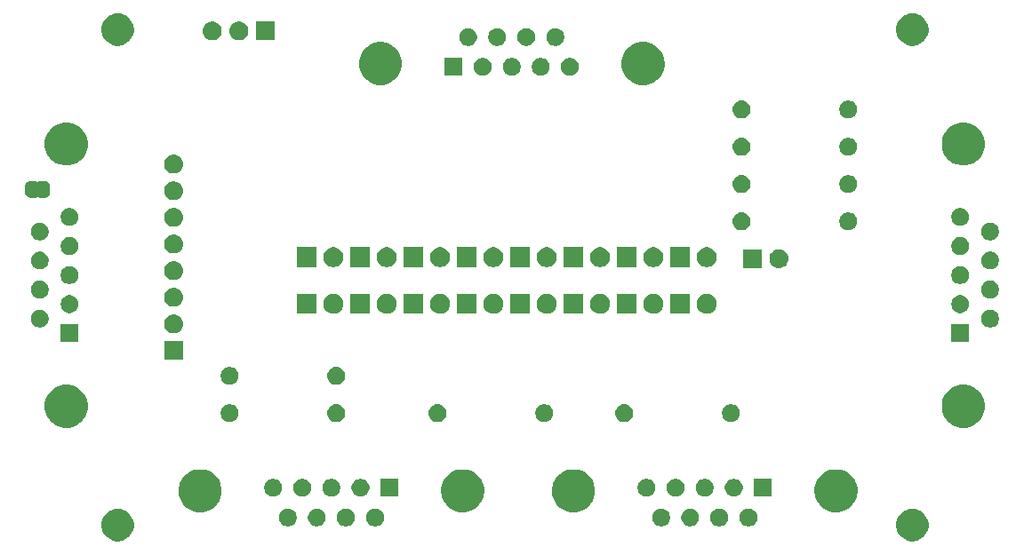
<source format=gbs>
G04 #@! TF.GenerationSoftware,KiCad,Pcbnew,5.0.2-bee76a0~70~ubuntu14.04.1*
G04 #@! TF.CreationDate,2019-02-12T21:08:15+10:00*
G04 #@! TF.ProjectId,RS232Sniffer,52533233-3253-46e6-9966-6665722e6b69,rev?*
G04 #@! TF.SameCoordinates,Original*
G04 #@! TF.FileFunction,Soldermask,Bot*
G04 #@! TF.FilePolarity,Negative*
%FSLAX46Y46*%
G04 Gerber Fmt 4.6, Leading zero omitted, Abs format (unit mm)*
G04 Created by KiCad (PCBNEW 5.0.2-bee76a0~70~ubuntu14.04.1) date Tue 12 Feb 2019 21:08:15 AEST*
%MOMM*%
%LPD*%
G01*
G04 APERTURE LIST*
%ADD10C,0.100000*%
G04 APERTURE END LIST*
D10*
G36*
X150720527Y-122440736D02*
X150820410Y-122460604D01*
X151102674Y-122577521D01*
X151356705Y-122747259D01*
X151572741Y-122963295D01*
X151742479Y-123217326D01*
X151859396Y-123499590D01*
X151919000Y-123799240D01*
X151919000Y-124104760D01*
X151859396Y-124404410D01*
X151742479Y-124686674D01*
X151572741Y-124940705D01*
X151356705Y-125156741D01*
X151102674Y-125326479D01*
X150820410Y-125443396D01*
X150720527Y-125463264D01*
X150520762Y-125503000D01*
X150215238Y-125503000D01*
X150015473Y-125463264D01*
X149915590Y-125443396D01*
X149633326Y-125326479D01*
X149379295Y-125156741D01*
X149163259Y-124940705D01*
X148993521Y-124686674D01*
X148876604Y-124404410D01*
X148817000Y-124104760D01*
X148817000Y-123799240D01*
X148876604Y-123499590D01*
X148993521Y-123217326D01*
X149163259Y-122963295D01*
X149379295Y-122747259D01*
X149633326Y-122577521D01*
X149915590Y-122460604D01*
X150015473Y-122440736D01*
X150215238Y-122401000D01*
X150520762Y-122401000D01*
X150720527Y-122440736D01*
X150720527Y-122440736D01*
G37*
G36*
X75028527Y-122440736D02*
X75128410Y-122460604D01*
X75410674Y-122577521D01*
X75664705Y-122747259D01*
X75880741Y-122963295D01*
X76050479Y-123217326D01*
X76167396Y-123499590D01*
X76227000Y-123799240D01*
X76227000Y-124104760D01*
X76167396Y-124404410D01*
X76050479Y-124686674D01*
X75880741Y-124940705D01*
X75664705Y-125156741D01*
X75410674Y-125326479D01*
X75128410Y-125443396D01*
X75028527Y-125463264D01*
X74828762Y-125503000D01*
X74523238Y-125503000D01*
X74323473Y-125463264D01*
X74223590Y-125443396D01*
X73941326Y-125326479D01*
X73687295Y-125156741D01*
X73471259Y-124940705D01*
X73301521Y-124686674D01*
X73184604Y-124404410D01*
X73125000Y-124104760D01*
X73125000Y-123799240D01*
X73184604Y-123499590D01*
X73301521Y-123217326D01*
X73471259Y-122963295D01*
X73687295Y-122747259D01*
X73941326Y-122577521D01*
X74223590Y-122460604D01*
X74323473Y-122440736D01*
X74523238Y-122401000D01*
X74828762Y-122401000D01*
X75028527Y-122440736D01*
X75028527Y-122440736D01*
G37*
G36*
X132237228Y-122417703D02*
X132392100Y-122481853D01*
X132531481Y-122574985D01*
X132650015Y-122693519D01*
X132743147Y-122832900D01*
X132807297Y-122987772D01*
X132840000Y-123152184D01*
X132840000Y-123319816D01*
X132807297Y-123484228D01*
X132743147Y-123639100D01*
X132650015Y-123778481D01*
X132531481Y-123897015D01*
X132392100Y-123990147D01*
X132237228Y-124054297D01*
X132072816Y-124087000D01*
X131905184Y-124087000D01*
X131740772Y-124054297D01*
X131585900Y-123990147D01*
X131446519Y-123897015D01*
X131327985Y-123778481D01*
X131234853Y-123639100D01*
X131170703Y-123484228D01*
X131138000Y-123319816D01*
X131138000Y-123152184D01*
X131170703Y-122987772D01*
X131234853Y-122832900D01*
X131327985Y-122693519D01*
X131446519Y-122574985D01*
X131585900Y-122481853D01*
X131740772Y-122417703D01*
X131905184Y-122385000D01*
X132072816Y-122385000D01*
X132237228Y-122417703D01*
X132237228Y-122417703D01*
G37*
G36*
X126697228Y-122417703D02*
X126852100Y-122481853D01*
X126991481Y-122574985D01*
X127110015Y-122693519D01*
X127203147Y-122832900D01*
X127267297Y-122987772D01*
X127300000Y-123152184D01*
X127300000Y-123319816D01*
X127267297Y-123484228D01*
X127203147Y-123639100D01*
X127110015Y-123778481D01*
X126991481Y-123897015D01*
X126852100Y-123990147D01*
X126697228Y-124054297D01*
X126532816Y-124087000D01*
X126365184Y-124087000D01*
X126200772Y-124054297D01*
X126045900Y-123990147D01*
X125906519Y-123897015D01*
X125787985Y-123778481D01*
X125694853Y-123639100D01*
X125630703Y-123484228D01*
X125598000Y-123319816D01*
X125598000Y-123152184D01*
X125630703Y-122987772D01*
X125694853Y-122832900D01*
X125787985Y-122693519D01*
X125906519Y-122574985D01*
X126045900Y-122481853D01*
X126200772Y-122417703D01*
X126365184Y-122385000D01*
X126532816Y-122385000D01*
X126697228Y-122417703D01*
X126697228Y-122417703D01*
G37*
G36*
X99447228Y-122417703D02*
X99602100Y-122481853D01*
X99741481Y-122574985D01*
X99860015Y-122693519D01*
X99953147Y-122832900D01*
X100017297Y-122987772D01*
X100050000Y-123152184D01*
X100050000Y-123319816D01*
X100017297Y-123484228D01*
X99953147Y-123639100D01*
X99860015Y-123778481D01*
X99741481Y-123897015D01*
X99602100Y-123990147D01*
X99447228Y-124054297D01*
X99282816Y-124087000D01*
X99115184Y-124087000D01*
X98950772Y-124054297D01*
X98795900Y-123990147D01*
X98656519Y-123897015D01*
X98537985Y-123778481D01*
X98444853Y-123639100D01*
X98380703Y-123484228D01*
X98348000Y-123319816D01*
X98348000Y-123152184D01*
X98380703Y-122987772D01*
X98444853Y-122832900D01*
X98537985Y-122693519D01*
X98656519Y-122574985D01*
X98795900Y-122481853D01*
X98950772Y-122417703D01*
X99115184Y-122385000D01*
X99282816Y-122385000D01*
X99447228Y-122417703D01*
X99447228Y-122417703D01*
G37*
G36*
X96677228Y-122417703D02*
X96832100Y-122481853D01*
X96971481Y-122574985D01*
X97090015Y-122693519D01*
X97183147Y-122832900D01*
X97247297Y-122987772D01*
X97280000Y-123152184D01*
X97280000Y-123319816D01*
X97247297Y-123484228D01*
X97183147Y-123639100D01*
X97090015Y-123778481D01*
X96971481Y-123897015D01*
X96832100Y-123990147D01*
X96677228Y-124054297D01*
X96512816Y-124087000D01*
X96345184Y-124087000D01*
X96180772Y-124054297D01*
X96025900Y-123990147D01*
X95886519Y-123897015D01*
X95767985Y-123778481D01*
X95674853Y-123639100D01*
X95610703Y-123484228D01*
X95578000Y-123319816D01*
X95578000Y-123152184D01*
X95610703Y-122987772D01*
X95674853Y-122832900D01*
X95767985Y-122693519D01*
X95886519Y-122574985D01*
X96025900Y-122481853D01*
X96180772Y-122417703D01*
X96345184Y-122385000D01*
X96512816Y-122385000D01*
X96677228Y-122417703D01*
X96677228Y-122417703D01*
G37*
G36*
X93907228Y-122417703D02*
X94062100Y-122481853D01*
X94201481Y-122574985D01*
X94320015Y-122693519D01*
X94413147Y-122832900D01*
X94477297Y-122987772D01*
X94510000Y-123152184D01*
X94510000Y-123319816D01*
X94477297Y-123484228D01*
X94413147Y-123639100D01*
X94320015Y-123778481D01*
X94201481Y-123897015D01*
X94062100Y-123990147D01*
X93907228Y-124054297D01*
X93742816Y-124087000D01*
X93575184Y-124087000D01*
X93410772Y-124054297D01*
X93255900Y-123990147D01*
X93116519Y-123897015D01*
X92997985Y-123778481D01*
X92904853Y-123639100D01*
X92840703Y-123484228D01*
X92808000Y-123319816D01*
X92808000Y-123152184D01*
X92840703Y-122987772D01*
X92904853Y-122832900D01*
X92997985Y-122693519D01*
X93116519Y-122574985D01*
X93255900Y-122481853D01*
X93410772Y-122417703D01*
X93575184Y-122385000D01*
X93742816Y-122385000D01*
X93907228Y-122417703D01*
X93907228Y-122417703D01*
G37*
G36*
X135007228Y-122417703D02*
X135162100Y-122481853D01*
X135301481Y-122574985D01*
X135420015Y-122693519D01*
X135513147Y-122832900D01*
X135577297Y-122987772D01*
X135610000Y-123152184D01*
X135610000Y-123319816D01*
X135577297Y-123484228D01*
X135513147Y-123639100D01*
X135420015Y-123778481D01*
X135301481Y-123897015D01*
X135162100Y-123990147D01*
X135007228Y-124054297D01*
X134842816Y-124087000D01*
X134675184Y-124087000D01*
X134510772Y-124054297D01*
X134355900Y-123990147D01*
X134216519Y-123897015D01*
X134097985Y-123778481D01*
X134004853Y-123639100D01*
X133940703Y-123484228D01*
X133908000Y-123319816D01*
X133908000Y-123152184D01*
X133940703Y-122987772D01*
X134004853Y-122832900D01*
X134097985Y-122693519D01*
X134216519Y-122574985D01*
X134355900Y-122481853D01*
X134510772Y-122417703D01*
X134675184Y-122385000D01*
X134842816Y-122385000D01*
X135007228Y-122417703D01*
X135007228Y-122417703D01*
G37*
G36*
X129467228Y-122417703D02*
X129622100Y-122481853D01*
X129761481Y-122574985D01*
X129880015Y-122693519D01*
X129973147Y-122832900D01*
X130037297Y-122987772D01*
X130070000Y-123152184D01*
X130070000Y-123319816D01*
X130037297Y-123484228D01*
X129973147Y-123639100D01*
X129880015Y-123778481D01*
X129761481Y-123897015D01*
X129622100Y-123990147D01*
X129467228Y-124054297D01*
X129302816Y-124087000D01*
X129135184Y-124087000D01*
X128970772Y-124054297D01*
X128815900Y-123990147D01*
X128676519Y-123897015D01*
X128557985Y-123778481D01*
X128464853Y-123639100D01*
X128400703Y-123484228D01*
X128368000Y-123319816D01*
X128368000Y-123152184D01*
X128400703Y-122987772D01*
X128464853Y-122832900D01*
X128557985Y-122693519D01*
X128676519Y-122574985D01*
X128815900Y-122481853D01*
X128970772Y-122417703D01*
X129135184Y-122385000D01*
X129302816Y-122385000D01*
X129467228Y-122417703D01*
X129467228Y-122417703D01*
G37*
G36*
X91137228Y-122417703D02*
X91292100Y-122481853D01*
X91431481Y-122574985D01*
X91550015Y-122693519D01*
X91643147Y-122832900D01*
X91707297Y-122987772D01*
X91740000Y-123152184D01*
X91740000Y-123319816D01*
X91707297Y-123484228D01*
X91643147Y-123639100D01*
X91550015Y-123778481D01*
X91431481Y-123897015D01*
X91292100Y-123990147D01*
X91137228Y-124054297D01*
X90972816Y-124087000D01*
X90805184Y-124087000D01*
X90640772Y-124054297D01*
X90485900Y-123990147D01*
X90346519Y-123897015D01*
X90227985Y-123778481D01*
X90134853Y-123639100D01*
X90070703Y-123484228D01*
X90038000Y-123319816D01*
X90038000Y-123152184D01*
X90070703Y-122987772D01*
X90134853Y-122832900D01*
X90227985Y-122693519D01*
X90346519Y-122574985D01*
X90485900Y-122481853D01*
X90640772Y-122417703D01*
X90805184Y-122385000D01*
X90972816Y-122385000D01*
X91137228Y-122417703D01*
X91137228Y-122417703D01*
G37*
G36*
X143702252Y-118723818D02*
X143702254Y-118723819D01*
X143702255Y-118723819D01*
X144075513Y-118878427D01*
X144075514Y-118878428D01*
X144411439Y-119102886D01*
X144697114Y-119388561D01*
X144697116Y-119388564D01*
X144921573Y-119724487D01*
X145032753Y-119992900D01*
X145076182Y-120097748D01*
X145155000Y-120493993D01*
X145155000Y-120898007D01*
X145123372Y-121057014D01*
X145076181Y-121294255D01*
X144921573Y-121667513D01*
X144921572Y-121667514D01*
X144697114Y-122003439D01*
X144411439Y-122289114D01*
X144411436Y-122289116D01*
X144075513Y-122513573D01*
X143702255Y-122668181D01*
X143702254Y-122668181D01*
X143702252Y-122668182D01*
X143306007Y-122747000D01*
X142901993Y-122747000D01*
X142505748Y-122668182D01*
X142505746Y-122668181D01*
X142505745Y-122668181D01*
X142132487Y-122513573D01*
X141796564Y-122289116D01*
X141796561Y-122289114D01*
X141510886Y-122003439D01*
X141286428Y-121667514D01*
X141286427Y-121667513D01*
X141131819Y-121294255D01*
X141084629Y-121057014D01*
X141053000Y-120898007D01*
X141053000Y-120493993D01*
X141131818Y-120097748D01*
X141175247Y-119992900D01*
X141286427Y-119724487D01*
X141510884Y-119388564D01*
X141510886Y-119388561D01*
X141796561Y-119102886D01*
X142132486Y-118878428D01*
X142132487Y-118878427D01*
X142505745Y-118723819D01*
X142505746Y-118723819D01*
X142505748Y-118723818D01*
X142901993Y-118645000D01*
X143306007Y-118645000D01*
X143702252Y-118723818D01*
X143702252Y-118723818D01*
G37*
G36*
X118702252Y-118723818D02*
X118702254Y-118723819D01*
X118702255Y-118723819D01*
X119075513Y-118878427D01*
X119075514Y-118878428D01*
X119411439Y-119102886D01*
X119697114Y-119388561D01*
X119697116Y-119388564D01*
X119921573Y-119724487D01*
X120032753Y-119992900D01*
X120076182Y-120097748D01*
X120155000Y-120493993D01*
X120155000Y-120898007D01*
X120123372Y-121057014D01*
X120076181Y-121294255D01*
X119921573Y-121667513D01*
X119921572Y-121667514D01*
X119697114Y-122003439D01*
X119411439Y-122289114D01*
X119411436Y-122289116D01*
X119075513Y-122513573D01*
X118702255Y-122668181D01*
X118702254Y-122668181D01*
X118702252Y-122668182D01*
X118306007Y-122747000D01*
X117901993Y-122747000D01*
X117505748Y-122668182D01*
X117505746Y-122668181D01*
X117505745Y-122668181D01*
X117132487Y-122513573D01*
X116796564Y-122289116D01*
X116796561Y-122289114D01*
X116510886Y-122003439D01*
X116286428Y-121667514D01*
X116286427Y-121667513D01*
X116131819Y-121294255D01*
X116084629Y-121057014D01*
X116053000Y-120898007D01*
X116053000Y-120493993D01*
X116131818Y-120097748D01*
X116175247Y-119992900D01*
X116286427Y-119724487D01*
X116510884Y-119388564D01*
X116510886Y-119388561D01*
X116796561Y-119102886D01*
X117132486Y-118878428D01*
X117132487Y-118878427D01*
X117505745Y-118723819D01*
X117505746Y-118723819D01*
X117505748Y-118723818D01*
X117901993Y-118645000D01*
X118306007Y-118645000D01*
X118702252Y-118723818D01*
X118702252Y-118723818D01*
G37*
G36*
X108142252Y-118723818D02*
X108142254Y-118723819D01*
X108142255Y-118723819D01*
X108515513Y-118878427D01*
X108515514Y-118878428D01*
X108851439Y-119102886D01*
X109137114Y-119388561D01*
X109137116Y-119388564D01*
X109361573Y-119724487D01*
X109472753Y-119992900D01*
X109516182Y-120097748D01*
X109595000Y-120493993D01*
X109595000Y-120898007D01*
X109563372Y-121057014D01*
X109516181Y-121294255D01*
X109361573Y-121667513D01*
X109361572Y-121667514D01*
X109137114Y-122003439D01*
X108851439Y-122289114D01*
X108851436Y-122289116D01*
X108515513Y-122513573D01*
X108142255Y-122668181D01*
X108142254Y-122668181D01*
X108142252Y-122668182D01*
X107746007Y-122747000D01*
X107341993Y-122747000D01*
X106945748Y-122668182D01*
X106945746Y-122668181D01*
X106945745Y-122668181D01*
X106572487Y-122513573D01*
X106236564Y-122289116D01*
X106236561Y-122289114D01*
X105950886Y-122003439D01*
X105726428Y-121667514D01*
X105726427Y-121667513D01*
X105571819Y-121294255D01*
X105524629Y-121057014D01*
X105493000Y-120898007D01*
X105493000Y-120493993D01*
X105571818Y-120097748D01*
X105615247Y-119992900D01*
X105726427Y-119724487D01*
X105950884Y-119388564D01*
X105950886Y-119388561D01*
X106236561Y-119102886D01*
X106572486Y-118878428D01*
X106572487Y-118878427D01*
X106945745Y-118723819D01*
X106945746Y-118723819D01*
X106945748Y-118723818D01*
X107341993Y-118645000D01*
X107746007Y-118645000D01*
X108142252Y-118723818D01*
X108142252Y-118723818D01*
G37*
G36*
X83142252Y-118723818D02*
X83142254Y-118723819D01*
X83142255Y-118723819D01*
X83515513Y-118878427D01*
X83515514Y-118878428D01*
X83851439Y-119102886D01*
X84137114Y-119388561D01*
X84137116Y-119388564D01*
X84361573Y-119724487D01*
X84472753Y-119992900D01*
X84516182Y-120097748D01*
X84595000Y-120493993D01*
X84595000Y-120898007D01*
X84563372Y-121057014D01*
X84516181Y-121294255D01*
X84361573Y-121667513D01*
X84361572Y-121667514D01*
X84137114Y-122003439D01*
X83851439Y-122289114D01*
X83851436Y-122289116D01*
X83515513Y-122513573D01*
X83142255Y-122668181D01*
X83142254Y-122668181D01*
X83142252Y-122668182D01*
X82746007Y-122747000D01*
X82341993Y-122747000D01*
X81945748Y-122668182D01*
X81945746Y-122668181D01*
X81945745Y-122668181D01*
X81572487Y-122513573D01*
X81236564Y-122289116D01*
X81236561Y-122289114D01*
X80950886Y-122003439D01*
X80726428Y-121667514D01*
X80726427Y-121667513D01*
X80571819Y-121294255D01*
X80524629Y-121057014D01*
X80493000Y-120898007D01*
X80493000Y-120493993D01*
X80571818Y-120097748D01*
X80615247Y-119992900D01*
X80726427Y-119724487D01*
X80950884Y-119388564D01*
X80950886Y-119388561D01*
X81236561Y-119102886D01*
X81572486Y-118878428D01*
X81572487Y-118878427D01*
X81945745Y-118723819D01*
X81945746Y-118723819D01*
X81945748Y-118723818D01*
X82341993Y-118645000D01*
X82746007Y-118645000D01*
X83142252Y-118723818D01*
X83142252Y-118723818D01*
G37*
G36*
X92522228Y-119577703D02*
X92677100Y-119641853D01*
X92816481Y-119734985D01*
X92935015Y-119853519D01*
X93028147Y-119992900D01*
X93092297Y-120147772D01*
X93125000Y-120312184D01*
X93125000Y-120479816D01*
X93092297Y-120644228D01*
X93028147Y-120799100D01*
X92935015Y-120938481D01*
X92816481Y-121057015D01*
X92677100Y-121150147D01*
X92522228Y-121214297D01*
X92357816Y-121247000D01*
X92190184Y-121247000D01*
X92025772Y-121214297D01*
X91870900Y-121150147D01*
X91731519Y-121057015D01*
X91612985Y-120938481D01*
X91519853Y-120799100D01*
X91455703Y-120644228D01*
X91423000Y-120479816D01*
X91423000Y-120312184D01*
X91455703Y-120147772D01*
X91519853Y-119992900D01*
X91612985Y-119853519D01*
X91731519Y-119734985D01*
X91870900Y-119641853D01*
X92025772Y-119577703D01*
X92190184Y-119545000D01*
X92357816Y-119545000D01*
X92522228Y-119577703D01*
X92522228Y-119577703D01*
G37*
G36*
X101435000Y-121247000D02*
X99733000Y-121247000D01*
X99733000Y-119545000D01*
X101435000Y-119545000D01*
X101435000Y-121247000D01*
X101435000Y-121247000D01*
G37*
G36*
X98062228Y-119577703D02*
X98217100Y-119641853D01*
X98356481Y-119734985D01*
X98475015Y-119853519D01*
X98568147Y-119992900D01*
X98632297Y-120147772D01*
X98665000Y-120312184D01*
X98665000Y-120479816D01*
X98632297Y-120644228D01*
X98568147Y-120799100D01*
X98475015Y-120938481D01*
X98356481Y-121057015D01*
X98217100Y-121150147D01*
X98062228Y-121214297D01*
X97897816Y-121247000D01*
X97730184Y-121247000D01*
X97565772Y-121214297D01*
X97410900Y-121150147D01*
X97271519Y-121057015D01*
X97152985Y-120938481D01*
X97059853Y-120799100D01*
X96995703Y-120644228D01*
X96963000Y-120479816D01*
X96963000Y-120312184D01*
X96995703Y-120147772D01*
X97059853Y-119992900D01*
X97152985Y-119853519D01*
X97271519Y-119734985D01*
X97410900Y-119641853D01*
X97565772Y-119577703D01*
X97730184Y-119545000D01*
X97897816Y-119545000D01*
X98062228Y-119577703D01*
X98062228Y-119577703D01*
G37*
G36*
X95292228Y-119577703D02*
X95447100Y-119641853D01*
X95586481Y-119734985D01*
X95705015Y-119853519D01*
X95798147Y-119992900D01*
X95862297Y-120147772D01*
X95895000Y-120312184D01*
X95895000Y-120479816D01*
X95862297Y-120644228D01*
X95798147Y-120799100D01*
X95705015Y-120938481D01*
X95586481Y-121057015D01*
X95447100Y-121150147D01*
X95292228Y-121214297D01*
X95127816Y-121247000D01*
X94960184Y-121247000D01*
X94795772Y-121214297D01*
X94640900Y-121150147D01*
X94501519Y-121057015D01*
X94382985Y-120938481D01*
X94289853Y-120799100D01*
X94225703Y-120644228D01*
X94193000Y-120479816D01*
X94193000Y-120312184D01*
X94225703Y-120147772D01*
X94289853Y-119992900D01*
X94382985Y-119853519D01*
X94501519Y-119734985D01*
X94640900Y-119641853D01*
X94795772Y-119577703D01*
X94960184Y-119545000D01*
X95127816Y-119545000D01*
X95292228Y-119577703D01*
X95292228Y-119577703D01*
G37*
G36*
X89752228Y-119577703D02*
X89907100Y-119641853D01*
X90046481Y-119734985D01*
X90165015Y-119853519D01*
X90258147Y-119992900D01*
X90322297Y-120147772D01*
X90355000Y-120312184D01*
X90355000Y-120479816D01*
X90322297Y-120644228D01*
X90258147Y-120799100D01*
X90165015Y-120938481D01*
X90046481Y-121057015D01*
X89907100Y-121150147D01*
X89752228Y-121214297D01*
X89587816Y-121247000D01*
X89420184Y-121247000D01*
X89255772Y-121214297D01*
X89100900Y-121150147D01*
X88961519Y-121057015D01*
X88842985Y-120938481D01*
X88749853Y-120799100D01*
X88685703Y-120644228D01*
X88653000Y-120479816D01*
X88653000Y-120312184D01*
X88685703Y-120147772D01*
X88749853Y-119992900D01*
X88842985Y-119853519D01*
X88961519Y-119734985D01*
X89100900Y-119641853D01*
X89255772Y-119577703D01*
X89420184Y-119545000D01*
X89587816Y-119545000D01*
X89752228Y-119577703D01*
X89752228Y-119577703D01*
G37*
G36*
X136995000Y-121247000D02*
X135293000Y-121247000D01*
X135293000Y-119545000D01*
X136995000Y-119545000D01*
X136995000Y-121247000D01*
X136995000Y-121247000D01*
G37*
G36*
X133622228Y-119577703D02*
X133777100Y-119641853D01*
X133916481Y-119734985D01*
X134035015Y-119853519D01*
X134128147Y-119992900D01*
X134192297Y-120147772D01*
X134225000Y-120312184D01*
X134225000Y-120479816D01*
X134192297Y-120644228D01*
X134128147Y-120799100D01*
X134035015Y-120938481D01*
X133916481Y-121057015D01*
X133777100Y-121150147D01*
X133622228Y-121214297D01*
X133457816Y-121247000D01*
X133290184Y-121247000D01*
X133125772Y-121214297D01*
X132970900Y-121150147D01*
X132831519Y-121057015D01*
X132712985Y-120938481D01*
X132619853Y-120799100D01*
X132555703Y-120644228D01*
X132523000Y-120479816D01*
X132523000Y-120312184D01*
X132555703Y-120147772D01*
X132619853Y-119992900D01*
X132712985Y-119853519D01*
X132831519Y-119734985D01*
X132970900Y-119641853D01*
X133125772Y-119577703D01*
X133290184Y-119545000D01*
X133457816Y-119545000D01*
X133622228Y-119577703D01*
X133622228Y-119577703D01*
G37*
G36*
X125312228Y-119577703D02*
X125467100Y-119641853D01*
X125606481Y-119734985D01*
X125725015Y-119853519D01*
X125818147Y-119992900D01*
X125882297Y-120147772D01*
X125915000Y-120312184D01*
X125915000Y-120479816D01*
X125882297Y-120644228D01*
X125818147Y-120799100D01*
X125725015Y-120938481D01*
X125606481Y-121057015D01*
X125467100Y-121150147D01*
X125312228Y-121214297D01*
X125147816Y-121247000D01*
X124980184Y-121247000D01*
X124815772Y-121214297D01*
X124660900Y-121150147D01*
X124521519Y-121057015D01*
X124402985Y-120938481D01*
X124309853Y-120799100D01*
X124245703Y-120644228D01*
X124213000Y-120479816D01*
X124213000Y-120312184D01*
X124245703Y-120147772D01*
X124309853Y-119992900D01*
X124402985Y-119853519D01*
X124521519Y-119734985D01*
X124660900Y-119641853D01*
X124815772Y-119577703D01*
X124980184Y-119545000D01*
X125147816Y-119545000D01*
X125312228Y-119577703D01*
X125312228Y-119577703D01*
G37*
G36*
X128082228Y-119577703D02*
X128237100Y-119641853D01*
X128376481Y-119734985D01*
X128495015Y-119853519D01*
X128588147Y-119992900D01*
X128652297Y-120147772D01*
X128685000Y-120312184D01*
X128685000Y-120479816D01*
X128652297Y-120644228D01*
X128588147Y-120799100D01*
X128495015Y-120938481D01*
X128376481Y-121057015D01*
X128237100Y-121150147D01*
X128082228Y-121214297D01*
X127917816Y-121247000D01*
X127750184Y-121247000D01*
X127585772Y-121214297D01*
X127430900Y-121150147D01*
X127291519Y-121057015D01*
X127172985Y-120938481D01*
X127079853Y-120799100D01*
X127015703Y-120644228D01*
X126983000Y-120479816D01*
X126983000Y-120312184D01*
X127015703Y-120147772D01*
X127079853Y-119992900D01*
X127172985Y-119853519D01*
X127291519Y-119734985D01*
X127430900Y-119641853D01*
X127585772Y-119577703D01*
X127750184Y-119545000D01*
X127917816Y-119545000D01*
X128082228Y-119577703D01*
X128082228Y-119577703D01*
G37*
G36*
X130852228Y-119577703D02*
X131007100Y-119641853D01*
X131146481Y-119734985D01*
X131265015Y-119853519D01*
X131358147Y-119992900D01*
X131422297Y-120147772D01*
X131455000Y-120312184D01*
X131455000Y-120479816D01*
X131422297Y-120644228D01*
X131358147Y-120799100D01*
X131265015Y-120938481D01*
X131146481Y-121057015D01*
X131007100Y-121150147D01*
X130852228Y-121214297D01*
X130687816Y-121247000D01*
X130520184Y-121247000D01*
X130355772Y-121214297D01*
X130200900Y-121150147D01*
X130061519Y-121057015D01*
X129942985Y-120938481D01*
X129849853Y-120799100D01*
X129785703Y-120644228D01*
X129753000Y-120479816D01*
X129753000Y-120312184D01*
X129785703Y-120147772D01*
X129849853Y-119992900D01*
X129942985Y-119853519D01*
X130061519Y-119734985D01*
X130200900Y-119641853D01*
X130355772Y-119577703D01*
X130520184Y-119545000D01*
X130687816Y-119545000D01*
X130852228Y-119577703D01*
X130852228Y-119577703D01*
G37*
G36*
X70402252Y-110651818D02*
X70402254Y-110651819D01*
X70402255Y-110651819D01*
X70775513Y-110806427D01*
X70775514Y-110806428D01*
X71111439Y-111030886D01*
X71397114Y-111316561D01*
X71397116Y-111316564D01*
X71621573Y-111652487D01*
X71776181Y-112025745D01*
X71776182Y-112025748D01*
X71855000Y-112421993D01*
X71855000Y-112826007D01*
X71780572Y-113200184D01*
X71776181Y-113222255D01*
X71621573Y-113595513D01*
X71621572Y-113595514D01*
X71397114Y-113931439D01*
X71111439Y-114217114D01*
X71111436Y-114217116D01*
X70775513Y-114441573D01*
X70402255Y-114596181D01*
X70402254Y-114596181D01*
X70402252Y-114596182D01*
X70006007Y-114675000D01*
X69601993Y-114675000D01*
X69205748Y-114596182D01*
X69205746Y-114596181D01*
X69205745Y-114596181D01*
X68832487Y-114441573D01*
X68496564Y-114217116D01*
X68496561Y-114217114D01*
X68210886Y-113931439D01*
X67986428Y-113595514D01*
X67986427Y-113595513D01*
X67831819Y-113222255D01*
X67827429Y-113200184D01*
X67753000Y-112826007D01*
X67753000Y-112421993D01*
X67831818Y-112025748D01*
X67831819Y-112025745D01*
X67986427Y-111652487D01*
X68210884Y-111316564D01*
X68210886Y-111316561D01*
X68496561Y-111030886D01*
X68832486Y-110806428D01*
X68832487Y-110806427D01*
X69205745Y-110651819D01*
X69205746Y-110651819D01*
X69205748Y-110651818D01*
X69601993Y-110573000D01*
X70006007Y-110573000D01*
X70402252Y-110651818D01*
X70402252Y-110651818D01*
G37*
G36*
X155838252Y-110651818D02*
X155838254Y-110651819D01*
X155838255Y-110651819D01*
X156211513Y-110806427D01*
X156211514Y-110806428D01*
X156547439Y-111030886D01*
X156833114Y-111316561D01*
X156833116Y-111316564D01*
X157057573Y-111652487D01*
X157212181Y-112025745D01*
X157212182Y-112025748D01*
X157291000Y-112421993D01*
X157291000Y-112826007D01*
X157216572Y-113200184D01*
X157212181Y-113222255D01*
X157057573Y-113595513D01*
X157057572Y-113595514D01*
X156833114Y-113931439D01*
X156547439Y-114217114D01*
X156547436Y-114217116D01*
X156211513Y-114441573D01*
X155838255Y-114596181D01*
X155838254Y-114596181D01*
X155838252Y-114596182D01*
X155442007Y-114675000D01*
X155037993Y-114675000D01*
X154641748Y-114596182D01*
X154641746Y-114596181D01*
X154641745Y-114596181D01*
X154268487Y-114441573D01*
X153932564Y-114217116D01*
X153932561Y-114217114D01*
X153646886Y-113931439D01*
X153422428Y-113595514D01*
X153422427Y-113595513D01*
X153267819Y-113222255D01*
X153263429Y-113200184D01*
X153189000Y-112826007D01*
X153189000Y-112421993D01*
X153267818Y-112025748D01*
X153267819Y-112025745D01*
X153422427Y-111652487D01*
X153646884Y-111316564D01*
X153646886Y-111316561D01*
X153932561Y-111030886D01*
X154268486Y-110806428D01*
X154268487Y-110806427D01*
X154641745Y-110651819D01*
X154641746Y-110651819D01*
X154641748Y-110651818D01*
X155037993Y-110573000D01*
X155442007Y-110573000D01*
X155838252Y-110651818D01*
X155838252Y-110651818D01*
G37*
G36*
X85592228Y-112465703D02*
X85747100Y-112529853D01*
X85886481Y-112622985D01*
X86005015Y-112741519D01*
X86098147Y-112880900D01*
X86162297Y-113035772D01*
X86195000Y-113200184D01*
X86195000Y-113367816D01*
X86162297Y-113532228D01*
X86098147Y-113687100D01*
X86005015Y-113826481D01*
X85886481Y-113945015D01*
X85747100Y-114038147D01*
X85592228Y-114102297D01*
X85427816Y-114135000D01*
X85260184Y-114135000D01*
X85095772Y-114102297D01*
X84940900Y-114038147D01*
X84801519Y-113945015D01*
X84682985Y-113826481D01*
X84589853Y-113687100D01*
X84525703Y-113532228D01*
X84493000Y-113367816D01*
X84493000Y-113200184D01*
X84525703Y-113035772D01*
X84589853Y-112880900D01*
X84682985Y-112741519D01*
X84801519Y-112622985D01*
X84940900Y-112529853D01*
X85095772Y-112465703D01*
X85260184Y-112433000D01*
X85427816Y-112433000D01*
X85592228Y-112465703D01*
X85592228Y-112465703D01*
G37*
G36*
X123102821Y-112445313D02*
X123102824Y-112445314D01*
X123102825Y-112445314D01*
X123263239Y-112493975D01*
X123263241Y-112493976D01*
X123263244Y-112493977D01*
X123411078Y-112572995D01*
X123540659Y-112679341D01*
X123647005Y-112808922D01*
X123726023Y-112956756D01*
X123726024Y-112956759D01*
X123726025Y-112956761D01*
X123774686Y-113117175D01*
X123774687Y-113117179D01*
X123791117Y-113284000D01*
X123774687Y-113450821D01*
X123774686Y-113450824D01*
X123774686Y-113450825D01*
X123749993Y-113532228D01*
X123726023Y-113611244D01*
X123647005Y-113759078D01*
X123540659Y-113888659D01*
X123411078Y-113995005D01*
X123263244Y-114074023D01*
X123263241Y-114074024D01*
X123263239Y-114074025D01*
X123102825Y-114122686D01*
X123102824Y-114122686D01*
X123102821Y-114122687D01*
X122977804Y-114135000D01*
X122894196Y-114135000D01*
X122769179Y-114122687D01*
X122769176Y-114122686D01*
X122769175Y-114122686D01*
X122608761Y-114074025D01*
X122608759Y-114074024D01*
X122608756Y-114074023D01*
X122460922Y-113995005D01*
X122331341Y-113888659D01*
X122224995Y-113759078D01*
X122145977Y-113611244D01*
X122122008Y-113532228D01*
X122097314Y-113450825D01*
X122097314Y-113450824D01*
X122097313Y-113450821D01*
X122080883Y-113284000D01*
X122097313Y-113117179D01*
X122097314Y-113117175D01*
X122145975Y-112956761D01*
X122145976Y-112956759D01*
X122145977Y-112956756D01*
X122224995Y-112808922D01*
X122331341Y-112679341D01*
X122460922Y-112572995D01*
X122608756Y-112493977D01*
X122608759Y-112493976D01*
X122608761Y-112493975D01*
X122769175Y-112445314D01*
X122769176Y-112445314D01*
X122769179Y-112445313D01*
X122894196Y-112433000D01*
X122977804Y-112433000D01*
X123102821Y-112445313D01*
X123102821Y-112445313D01*
G37*
G36*
X133344228Y-112465703D02*
X133499100Y-112529853D01*
X133638481Y-112622985D01*
X133757015Y-112741519D01*
X133850147Y-112880900D01*
X133914297Y-113035772D01*
X133947000Y-113200184D01*
X133947000Y-113367816D01*
X133914297Y-113532228D01*
X133850147Y-113687100D01*
X133757015Y-113826481D01*
X133638481Y-113945015D01*
X133499100Y-114038147D01*
X133344228Y-114102297D01*
X133179816Y-114135000D01*
X133012184Y-114135000D01*
X132847772Y-114102297D01*
X132692900Y-114038147D01*
X132553519Y-113945015D01*
X132434985Y-113826481D01*
X132341853Y-113687100D01*
X132277703Y-113532228D01*
X132245000Y-113367816D01*
X132245000Y-113200184D01*
X132277703Y-113035772D01*
X132341853Y-112880900D01*
X132434985Y-112741519D01*
X132553519Y-112622985D01*
X132692900Y-112529853D01*
X132847772Y-112465703D01*
X133012184Y-112433000D01*
X133179816Y-112433000D01*
X133344228Y-112465703D01*
X133344228Y-112465703D01*
G37*
G36*
X95670821Y-112445313D02*
X95670824Y-112445314D01*
X95670825Y-112445314D01*
X95831239Y-112493975D01*
X95831241Y-112493976D01*
X95831244Y-112493977D01*
X95979078Y-112572995D01*
X96108659Y-112679341D01*
X96215005Y-112808922D01*
X96294023Y-112956756D01*
X96294024Y-112956759D01*
X96294025Y-112956761D01*
X96342686Y-113117175D01*
X96342687Y-113117179D01*
X96359117Y-113284000D01*
X96342687Y-113450821D01*
X96342686Y-113450824D01*
X96342686Y-113450825D01*
X96317993Y-113532228D01*
X96294023Y-113611244D01*
X96215005Y-113759078D01*
X96108659Y-113888659D01*
X95979078Y-113995005D01*
X95831244Y-114074023D01*
X95831241Y-114074024D01*
X95831239Y-114074025D01*
X95670825Y-114122686D01*
X95670824Y-114122686D01*
X95670821Y-114122687D01*
X95545804Y-114135000D01*
X95462196Y-114135000D01*
X95337179Y-114122687D01*
X95337176Y-114122686D01*
X95337175Y-114122686D01*
X95176761Y-114074025D01*
X95176759Y-114074024D01*
X95176756Y-114074023D01*
X95028922Y-113995005D01*
X94899341Y-113888659D01*
X94792995Y-113759078D01*
X94713977Y-113611244D01*
X94690008Y-113532228D01*
X94665314Y-113450825D01*
X94665314Y-113450824D01*
X94665313Y-113450821D01*
X94648883Y-113284000D01*
X94665313Y-113117179D01*
X94665314Y-113117175D01*
X94713975Y-112956761D01*
X94713976Y-112956759D01*
X94713977Y-112956756D01*
X94792995Y-112808922D01*
X94899341Y-112679341D01*
X95028922Y-112572995D01*
X95176756Y-112493977D01*
X95176759Y-112493976D01*
X95176761Y-112493975D01*
X95337175Y-112445314D01*
X95337176Y-112445314D01*
X95337179Y-112445313D01*
X95462196Y-112433000D01*
X95545804Y-112433000D01*
X95670821Y-112445313D01*
X95670821Y-112445313D01*
G37*
G36*
X105322821Y-112445313D02*
X105322824Y-112445314D01*
X105322825Y-112445314D01*
X105483239Y-112493975D01*
X105483241Y-112493976D01*
X105483244Y-112493977D01*
X105631078Y-112572995D01*
X105760659Y-112679341D01*
X105867005Y-112808922D01*
X105946023Y-112956756D01*
X105946024Y-112956759D01*
X105946025Y-112956761D01*
X105994686Y-113117175D01*
X105994687Y-113117179D01*
X106011117Y-113284000D01*
X105994687Y-113450821D01*
X105994686Y-113450824D01*
X105994686Y-113450825D01*
X105969993Y-113532228D01*
X105946023Y-113611244D01*
X105867005Y-113759078D01*
X105760659Y-113888659D01*
X105631078Y-113995005D01*
X105483244Y-114074023D01*
X105483241Y-114074024D01*
X105483239Y-114074025D01*
X105322825Y-114122686D01*
X105322824Y-114122686D01*
X105322821Y-114122687D01*
X105197804Y-114135000D01*
X105114196Y-114135000D01*
X104989179Y-114122687D01*
X104989176Y-114122686D01*
X104989175Y-114122686D01*
X104828761Y-114074025D01*
X104828759Y-114074024D01*
X104828756Y-114074023D01*
X104680922Y-113995005D01*
X104551341Y-113888659D01*
X104444995Y-113759078D01*
X104365977Y-113611244D01*
X104342008Y-113532228D01*
X104317314Y-113450825D01*
X104317314Y-113450824D01*
X104317313Y-113450821D01*
X104300883Y-113284000D01*
X104317313Y-113117179D01*
X104317314Y-113117175D01*
X104365975Y-112956761D01*
X104365976Y-112956759D01*
X104365977Y-112956756D01*
X104444995Y-112808922D01*
X104551341Y-112679341D01*
X104680922Y-112572995D01*
X104828756Y-112493977D01*
X104828759Y-112493976D01*
X104828761Y-112493975D01*
X104989175Y-112445314D01*
X104989176Y-112445314D01*
X104989179Y-112445313D01*
X105114196Y-112433000D01*
X105197804Y-112433000D01*
X105322821Y-112445313D01*
X105322821Y-112445313D01*
G37*
G36*
X115564228Y-112465703D02*
X115719100Y-112529853D01*
X115858481Y-112622985D01*
X115977015Y-112741519D01*
X116070147Y-112880900D01*
X116134297Y-113035772D01*
X116167000Y-113200184D01*
X116167000Y-113367816D01*
X116134297Y-113532228D01*
X116070147Y-113687100D01*
X115977015Y-113826481D01*
X115858481Y-113945015D01*
X115719100Y-114038147D01*
X115564228Y-114102297D01*
X115399816Y-114135000D01*
X115232184Y-114135000D01*
X115067772Y-114102297D01*
X114912900Y-114038147D01*
X114773519Y-113945015D01*
X114654985Y-113826481D01*
X114561853Y-113687100D01*
X114497703Y-113532228D01*
X114465000Y-113367816D01*
X114465000Y-113200184D01*
X114497703Y-113035772D01*
X114561853Y-112880900D01*
X114654985Y-112741519D01*
X114773519Y-112622985D01*
X114912900Y-112529853D01*
X115067772Y-112465703D01*
X115232184Y-112433000D01*
X115399816Y-112433000D01*
X115564228Y-112465703D01*
X115564228Y-112465703D01*
G37*
G36*
X85592228Y-108909703D02*
X85747100Y-108973853D01*
X85886481Y-109066985D01*
X86005015Y-109185519D01*
X86098147Y-109324900D01*
X86162297Y-109479772D01*
X86195000Y-109644184D01*
X86195000Y-109811816D01*
X86162297Y-109976228D01*
X86098147Y-110131100D01*
X86005015Y-110270481D01*
X85886481Y-110389015D01*
X85747100Y-110482147D01*
X85592228Y-110546297D01*
X85427816Y-110579000D01*
X85260184Y-110579000D01*
X85095772Y-110546297D01*
X84940900Y-110482147D01*
X84801519Y-110389015D01*
X84682985Y-110270481D01*
X84589853Y-110131100D01*
X84525703Y-109976228D01*
X84493000Y-109811816D01*
X84493000Y-109644184D01*
X84525703Y-109479772D01*
X84589853Y-109324900D01*
X84682985Y-109185519D01*
X84801519Y-109066985D01*
X84940900Y-108973853D01*
X85095772Y-108909703D01*
X85260184Y-108877000D01*
X85427816Y-108877000D01*
X85592228Y-108909703D01*
X85592228Y-108909703D01*
G37*
G36*
X95670821Y-108889313D02*
X95670824Y-108889314D01*
X95670825Y-108889314D01*
X95831239Y-108937975D01*
X95831241Y-108937976D01*
X95831244Y-108937977D01*
X95979078Y-109016995D01*
X96108659Y-109123341D01*
X96215005Y-109252922D01*
X96294023Y-109400756D01*
X96294024Y-109400759D01*
X96294025Y-109400761D01*
X96342686Y-109561175D01*
X96342687Y-109561179D01*
X96359117Y-109728000D01*
X96342687Y-109894821D01*
X96342686Y-109894824D01*
X96342686Y-109894825D01*
X96317993Y-109976228D01*
X96294023Y-110055244D01*
X96215005Y-110203078D01*
X96108659Y-110332659D01*
X95979078Y-110439005D01*
X95831244Y-110518023D01*
X95831241Y-110518024D01*
X95831239Y-110518025D01*
X95670825Y-110566686D01*
X95670824Y-110566686D01*
X95670821Y-110566687D01*
X95545804Y-110579000D01*
X95462196Y-110579000D01*
X95337179Y-110566687D01*
X95337176Y-110566686D01*
X95337175Y-110566686D01*
X95176761Y-110518025D01*
X95176759Y-110518024D01*
X95176756Y-110518023D01*
X95028922Y-110439005D01*
X94899341Y-110332659D01*
X94792995Y-110203078D01*
X94713977Y-110055244D01*
X94690008Y-109976228D01*
X94665314Y-109894825D01*
X94665314Y-109894824D01*
X94665313Y-109894821D01*
X94648883Y-109728000D01*
X94665313Y-109561179D01*
X94665314Y-109561175D01*
X94713975Y-109400761D01*
X94713976Y-109400759D01*
X94713977Y-109400756D01*
X94792995Y-109252922D01*
X94899341Y-109123341D01*
X95028922Y-109016995D01*
X95176756Y-108937977D01*
X95176759Y-108937976D01*
X95176761Y-108937975D01*
X95337175Y-108889314D01*
X95337176Y-108889314D01*
X95337179Y-108889313D01*
X95462196Y-108877000D01*
X95545804Y-108877000D01*
X95670821Y-108889313D01*
X95670821Y-108889313D01*
G37*
G36*
X80911000Y-108216000D02*
X79109000Y-108216000D01*
X79109000Y-106414000D01*
X80911000Y-106414000D01*
X80911000Y-108216000D01*
X80911000Y-108216000D01*
G37*
G36*
X70955000Y-106515000D02*
X69253000Y-106515000D01*
X69253000Y-104813000D01*
X70955000Y-104813000D01*
X70955000Y-106515000D01*
X70955000Y-106515000D01*
G37*
G36*
X155791000Y-106515000D02*
X154089000Y-106515000D01*
X154089000Y-104813000D01*
X155791000Y-104813000D01*
X155791000Y-106515000D01*
X155791000Y-106515000D01*
G37*
G36*
X80120443Y-103880519D02*
X80186627Y-103887037D01*
X80299853Y-103921384D01*
X80356467Y-103938557D01*
X80495087Y-104012652D01*
X80512991Y-104022222D01*
X80523409Y-104030772D01*
X80650186Y-104134814D01*
X80733448Y-104236271D01*
X80762778Y-104272009D01*
X80762779Y-104272011D01*
X80846443Y-104428533D01*
X80846443Y-104428534D01*
X80897963Y-104598373D01*
X80915359Y-104775000D01*
X80897963Y-104951627D01*
X80873234Y-105033147D01*
X80846443Y-105121467D01*
X80772348Y-105260087D01*
X80762778Y-105277991D01*
X80733448Y-105313729D01*
X80650186Y-105415186D01*
X80548729Y-105498448D01*
X80512991Y-105527778D01*
X80512989Y-105527779D01*
X80356467Y-105611443D01*
X80299853Y-105628616D01*
X80186627Y-105662963D01*
X80120443Y-105669481D01*
X80054260Y-105676000D01*
X79965740Y-105676000D01*
X79899557Y-105669481D01*
X79833373Y-105662963D01*
X79720147Y-105628616D01*
X79663533Y-105611443D01*
X79507011Y-105527779D01*
X79507009Y-105527778D01*
X79471271Y-105498448D01*
X79369814Y-105415186D01*
X79286552Y-105313729D01*
X79257222Y-105277991D01*
X79247652Y-105260087D01*
X79173557Y-105121467D01*
X79146766Y-105033147D01*
X79122037Y-104951627D01*
X79104641Y-104775000D01*
X79122037Y-104598373D01*
X79173557Y-104428534D01*
X79173557Y-104428533D01*
X79257221Y-104272011D01*
X79257222Y-104272009D01*
X79286552Y-104236271D01*
X79369814Y-104134814D01*
X79496591Y-104030772D01*
X79507009Y-104022222D01*
X79524913Y-104012652D01*
X79663533Y-103938557D01*
X79720147Y-103921384D01*
X79833373Y-103887037D01*
X79899557Y-103880519D01*
X79965740Y-103874000D01*
X80054260Y-103874000D01*
X80120443Y-103880519D01*
X80120443Y-103880519D01*
G37*
G36*
X67512228Y-103460703D02*
X67667100Y-103524853D01*
X67806481Y-103617985D01*
X67925015Y-103736519D01*
X68018147Y-103875900D01*
X68082297Y-104030772D01*
X68115000Y-104195184D01*
X68115000Y-104362816D01*
X68082297Y-104527228D01*
X68018147Y-104682100D01*
X67925015Y-104821481D01*
X67806481Y-104940015D01*
X67667100Y-105033147D01*
X67512228Y-105097297D01*
X67347816Y-105130000D01*
X67180184Y-105130000D01*
X67015772Y-105097297D01*
X66860900Y-105033147D01*
X66721519Y-104940015D01*
X66602985Y-104821481D01*
X66509853Y-104682100D01*
X66445703Y-104527228D01*
X66413000Y-104362816D01*
X66413000Y-104195184D01*
X66445703Y-104030772D01*
X66509853Y-103875900D01*
X66602985Y-103736519D01*
X66721519Y-103617985D01*
X66860900Y-103524853D01*
X67015772Y-103460703D01*
X67180184Y-103428000D01*
X67347816Y-103428000D01*
X67512228Y-103460703D01*
X67512228Y-103460703D01*
G37*
G36*
X158028228Y-103460703D02*
X158183100Y-103524853D01*
X158322481Y-103617985D01*
X158441015Y-103736519D01*
X158534147Y-103875900D01*
X158598297Y-104030772D01*
X158631000Y-104195184D01*
X158631000Y-104362816D01*
X158598297Y-104527228D01*
X158534147Y-104682100D01*
X158441015Y-104821481D01*
X158322481Y-104940015D01*
X158183100Y-105033147D01*
X158028228Y-105097297D01*
X157863816Y-105130000D01*
X157696184Y-105130000D01*
X157531772Y-105097297D01*
X157376900Y-105033147D01*
X157237519Y-104940015D01*
X157118985Y-104821481D01*
X157025853Y-104682100D01*
X156961703Y-104527228D01*
X156929000Y-104362816D01*
X156929000Y-104195184D01*
X156961703Y-104030772D01*
X157025853Y-103875900D01*
X157118985Y-103736519D01*
X157237519Y-103617985D01*
X157376900Y-103524853D01*
X157531772Y-103460703D01*
X157696184Y-103428000D01*
X157863816Y-103428000D01*
X158028228Y-103460703D01*
X158028228Y-103460703D01*
G37*
G36*
X95527396Y-101955546D02*
X95700466Y-102027234D01*
X95856230Y-102131312D01*
X95988688Y-102263770D01*
X96092766Y-102419534D01*
X96164454Y-102592604D01*
X96201000Y-102776333D01*
X96201000Y-102963667D01*
X96164454Y-103147396D01*
X96092766Y-103320466D01*
X95988688Y-103476230D01*
X95856230Y-103608688D01*
X95700466Y-103712766D01*
X95527396Y-103784454D01*
X95343667Y-103821000D01*
X95156333Y-103821000D01*
X94972604Y-103784454D01*
X94799534Y-103712766D01*
X94643770Y-103608688D01*
X94511312Y-103476230D01*
X94407234Y-103320466D01*
X94335546Y-103147396D01*
X94299000Y-102963667D01*
X94299000Y-102776333D01*
X94335546Y-102592604D01*
X94407234Y-102419534D01*
X94511312Y-102263770D01*
X94643770Y-102131312D01*
X94799534Y-102027234D01*
X94972604Y-101955546D01*
X95156333Y-101919000D01*
X95343667Y-101919000D01*
X95527396Y-101955546D01*
X95527396Y-101955546D01*
G37*
G36*
X103821000Y-103821000D02*
X101919000Y-103821000D01*
X101919000Y-101919000D01*
X103821000Y-101919000D01*
X103821000Y-103821000D01*
X103821000Y-103821000D01*
G37*
G36*
X105687396Y-101955546D02*
X105860466Y-102027234D01*
X106016230Y-102131312D01*
X106148688Y-102263770D01*
X106252766Y-102419534D01*
X106324454Y-102592604D01*
X106361000Y-102776333D01*
X106361000Y-102963667D01*
X106324454Y-103147396D01*
X106252766Y-103320466D01*
X106148688Y-103476230D01*
X106016230Y-103608688D01*
X105860466Y-103712766D01*
X105687396Y-103784454D01*
X105503667Y-103821000D01*
X105316333Y-103821000D01*
X105132604Y-103784454D01*
X104959534Y-103712766D01*
X104803770Y-103608688D01*
X104671312Y-103476230D01*
X104567234Y-103320466D01*
X104495546Y-103147396D01*
X104459000Y-102963667D01*
X104459000Y-102776333D01*
X104495546Y-102592604D01*
X104567234Y-102419534D01*
X104671312Y-102263770D01*
X104803770Y-102131312D01*
X104959534Y-102027234D01*
X105132604Y-101955546D01*
X105316333Y-101919000D01*
X105503667Y-101919000D01*
X105687396Y-101955546D01*
X105687396Y-101955546D01*
G37*
G36*
X98741000Y-103821000D02*
X96839000Y-103821000D01*
X96839000Y-101919000D01*
X98741000Y-101919000D01*
X98741000Y-103821000D01*
X98741000Y-103821000D01*
G37*
G36*
X100607396Y-101955546D02*
X100780466Y-102027234D01*
X100936230Y-102131312D01*
X101068688Y-102263770D01*
X101172766Y-102419534D01*
X101244454Y-102592604D01*
X101281000Y-102776333D01*
X101281000Y-102963667D01*
X101244454Y-103147396D01*
X101172766Y-103320466D01*
X101068688Y-103476230D01*
X100936230Y-103608688D01*
X100780466Y-103712766D01*
X100607396Y-103784454D01*
X100423667Y-103821000D01*
X100236333Y-103821000D01*
X100052604Y-103784454D01*
X99879534Y-103712766D01*
X99723770Y-103608688D01*
X99591312Y-103476230D01*
X99487234Y-103320466D01*
X99415546Y-103147396D01*
X99379000Y-102963667D01*
X99379000Y-102776333D01*
X99415546Y-102592604D01*
X99487234Y-102419534D01*
X99591312Y-102263770D01*
X99723770Y-102131312D01*
X99879534Y-102027234D01*
X100052604Y-101955546D01*
X100236333Y-101919000D01*
X100423667Y-101919000D01*
X100607396Y-101955546D01*
X100607396Y-101955546D01*
G37*
G36*
X108901000Y-103821000D02*
X106999000Y-103821000D01*
X106999000Y-101919000D01*
X108901000Y-101919000D01*
X108901000Y-103821000D01*
X108901000Y-103821000D01*
G37*
G36*
X110767396Y-101955546D02*
X110940466Y-102027234D01*
X111096230Y-102131312D01*
X111228688Y-102263770D01*
X111332766Y-102419534D01*
X111404454Y-102592604D01*
X111441000Y-102776333D01*
X111441000Y-102963667D01*
X111404454Y-103147396D01*
X111332766Y-103320466D01*
X111228688Y-103476230D01*
X111096230Y-103608688D01*
X110940466Y-103712766D01*
X110767396Y-103784454D01*
X110583667Y-103821000D01*
X110396333Y-103821000D01*
X110212604Y-103784454D01*
X110039534Y-103712766D01*
X109883770Y-103608688D01*
X109751312Y-103476230D01*
X109647234Y-103320466D01*
X109575546Y-103147396D01*
X109539000Y-102963667D01*
X109539000Y-102776333D01*
X109575546Y-102592604D01*
X109647234Y-102419534D01*
X109751312Y-102263770D01*
X109883770Y-102131312D01*
X110039534Y-102027234D01*
X110212604Y-101955546D01*
X110396333Y-101919000D01*
X110583667Y-101919000D01*
X110767396Y-101955546D01*
X110767396Y-101955546D01*
G37*
G36*
X113981000Y-103821000D02*
X112079000Y-103821000D01*
X112079000Y-101919000D01*
X113981000Y-101919000D01*
X113981000Y-103821000D01*
X113981000Y-103821000D01*
G37*
G36*
X93661000Y-103821000D02*
X91759000Y-103821000D01*
X91759000Y-101919000D01*
X93661000Y-101919000D01*
X93661000Y-103821000D01*
X93661000Y-103821000D01*
G37*
G36*
X131087396Y-101955546D02*
X131260466Y-102027234D01*
X131416230Y-102131312D01*
X131548688Y-102263770D01*
X131652766Y-102419534D01*
X131724454Y-102592604D01*
X131761000Y-102776333D01*
X131761000Y-102963667D01*
X131724454Y-103147396D01*
X131652766Y-103320466D01*
X131548688Y-103476230D01*
X131416230Y-103608688D01*
X131260466Y-103712766D01*
X131087396Y-103784454D01*
X130903667Y-103821000D01*
X130716333Y-103821000D01*
X130532604Y-103784454D01*
X130359534Y-103712766D01*
X130203770Y-103608688D01*
X130071312Y-103476230D01*
X129967234Y-103320466D01*
X129895546Y-103147396D01*
X129859000Y-102963667D01*
X129859000Y-102776333D01*
X129895546Y-102592604D01*
X129967234Y-102419534D01*
X130071312Y-102263770D01*
X130203770Y-102131312D01*
X130359534Y-102027234D01*
X130532604Y-101955546D01*
X130716333Y-101919000D01*
X130903667Y-101919000D01*
X131087396Y-101955546D01*
X131087396Y-101955546D01*
G37*
G36*
X129221000Y-103821000D02*
X127319000Y-103821000D01*
X127319000Y-101919000D01*
X129221000Y-101919000D01*
X129221000Y-103821000D01*
X129221000Y-103821000D01*
G37*
G36*
X124141000Y-103821000D02*
X122239000Y-103821000D01*
X122239000Y-101919000D01*
X124141000Y-101919000D01*
X124141000Y-103821000D01*
X124141000Y-103821000D01*
G37*
G36*
X120927396Y-101955546D02*
X121100466Y-102027234D01*
X121256230Y-102131312D01*
X121388688Y-102263770D01*
X121492766Y-102419534D01*
X121564454Y-102592604D01*
X121601000Y-102776333D01*
X121601000Y-102963667D01*
X121564454Y-103147396D01*
X121492766Y-103320466D01*
X121388688Y-103476230D01*
X121256230Y-103608688D01*
X121100466Y-103712766D01*
X120927396Y-103784454D01*
X120743667Y-103821000D01*
X120556333Y-103821000D01*
X120372604Y-103784454D01*
X120199534Y-103712766D01*
X120043770Y-103608688D01*
X119911312Y-103476230D01*
X119807234Y-103320466D01*
X119735546Y-103147396D01*
X119699000Y-102963667D01*
X119699000Y-102776333D01*
X119735546Y-102592604D01*
X119807234Y-102419534D01*
X119911312Y-102263770D01*
X120043770Y-102131312D01*
X120199534Y-102027234D01*
X120372604Y-101955546D01*
X120556333Y-101919000D01*
X120743667Y-101919000D01*
X120927396Y-101955546D01*
X120927396Y-101955546D01*
G37*
G36*
X119061000Y-103821000D02*
X117159000Y-103821000D01*
X117159000Y-101919000D01*
X119061000Y-101919000D01*
X119061000Y-103821000D01*
X119061000Y-103821000D01*
G37*
G36*
X115847396Y-101955546D02*
X116020466Y-102027234D01*
X116176230Y-102131312D01*
X116308688Y-102263770D01*
X116412766Y-102419534D01*
X116484454Y-102592604D01*
X116521000Y-102776333D01*
X116521000Y-102963667D01*
X116484454Y-103147396D01*
X116412766Y-103320466D01*
X116308688Y-103476230D01*
X116176230Y-103608688D01*
X116020466Y-103712766D01*
X115847396Y-103784454D01*
X115663667Y-103821000D01*
X115476333Y-103821000D01*
X115292604Y-103784454D01*
X115119534Y-103712766D01*
X114963770Y-103608688D01*
X114831312Y-103476230D01*
X114727234Y-103320466D01*
X114655546Y-103147396D01*
X114619000Y-102963667D01*
X114619000Y-102776333D01*
X114655546Y-102592604D01*
X114727234Y-102419534D01*
X114831312Y-102263770D01*
X114963770Y-102131312D01*
X115119534Y-102027234D01*
X115292604Y-101955546D01*
X115476333Y-101919000D01*
X115663667Y-101919000D01*
X115847396Y-101955546D01*
X115847396Y-101955546D01*
G37*
G36*
X126007396Y-101955546D02*
X126180466Y-102027234D01*
X126336230Y-102131312D01*
X126468688Y-102263770D01*
X126572766Y-102419534D01*
X126644454Y-102592604D01*
X126681000Y-102776333D01*
X126681000Y-102963667D01*
X126644454Y-103147396D01*
X126572766Y-103320466D01*
X126468688Y-103476230D01*
X126336230Y-103608688D01*
X126180466Y-103712766D01*
X126007396Y-103784454D01*
X125823667Y-103821000D01*
X125636333Y-103821000D01*
X125452604Y-103784454D01*
X125279534Y-103712766D01*
X125123770Y-103608688D01*
X124991312Y-103476230D01*
X124887234Y-103320466D01*
X124815546Y-103147396D01*
X124779000Y-102963667D01*
X124779000Y-102776333D01*
X124815546Y-102592604D01*
X124887234Y-102419534D01*
X124991312Y-102263770D01*
X125123770Y-102131312D01*
X125279534Y-102027234D01*
X125452604Y-101955546D01*
X125636333Y-101919000D01*
X125823667Y-101919000D01*
X126007396Y-101955546D01*
X126007396Y-101955546D01*
G37*
G36*
X70352228Y-102075703D02*
X70507100Y-102139853D01*
X70646481Y-102232985D01*
X70765015Y-102351519D01*
X70858147Y-102490900D01*
X70922297Y-102645772D01*
X70955000Y-102810184D01*
X70955000Y-102977816D01*
X70922297Y-103142228D01*
X70858147Y-103297100D01*
X70765015Y-103436481D01*
X70646481Y-103555015D01*
X70507100Y-103648147D01*
X70352228Y-103712297D01*
X70187816Y-103745000D01*
X70020184Y-103745000D01*
X69855772Y-103712297D01*
X69700900Y-103648147D01*
X69561519Y-103555015D01*
X69442985Y-103436481D01*
X69349853Y-103297100D01*
X69285703Y-103142228D01*
X69253000Y-102977816D01*
X69253000Y-102810184D01*
X69285703Y-102645772D01*
X69349853Y-102490900D01*
X69442985Y-102351519D01*
X69561519Y-102232985D01*
X69700900Y-102139853D01*
X69855772Y-102075703D01*
X70020184Y-102043000D01*
X70187816Y-102043000D01*
X70352228Y-102075703D01*
X70352228Y-102075703D01*
G37*
G36*
X155188228Y-102075703D02*
X155343100Y-102139853D01*
X155482481Y-102232985D01*
X155601015Y-102351519D01*
X155694147Y-102490900D01*
X155758297Y-102645772D01*
X155791000Y-102810184D01*
X155791000Y-102977816D01*
X155758297Y-103142228D01*
X155694147Y-103297100D01*
X155601015Y-103436481D01*
X155482481Y-103555015D01*
X155343100Y-103648147D01*
X155188228Y-103712297D01*
X155023816Y-103745000D01*
X154856184Y-103745000D01*
X154691772Y-103712297D01*
X154536900Y-103648147D01*
X154397519Y-103555015D01*
X154278985Y-103436481D01*
X154185853Y-103297100D01*
X154121703Y-103142228D01*
X154089000Y-102977816D01*
X154089000Y-102810184D01*
X154121703Y-102645772D01*
X154185853Y-102490900D01*
X154278985Y-102351519D01*
X154397519Y-102232985D01*
X154536900Y-102139853D01*
X154691772Y-102075703D01*
X154856184Y-102043000D01*
X155023816Y-102043000D01*
X155188228Y-102075703D01*
X155188228Y-102075703D01*
G37*
G36*
X80120442Y-101340518D02*
X80186627Y-101347037D01*
X80299853Y-101381384D01*
X80356467Y-101398557D01*
X80495087Y-101472652D01*
X80512991Y-101482222D01*
X80548729Y-101511552D01*
X80650186Y-101594814D01*
X80733448Y-101696271D01*
X80762778Y-101732009D01*
X80762779Y-101732011D01*
X80846443Y-101888533D01*
X80846443Y-101888534D01*
X80897963Y-102058373D01*
X80915359Y-102235000D01*
X80897963Y-102411627D01*
X80895564Y-102419534D01*
X80846443Y-102581467D01*
X80772348Y-102720087D01*
X80762778Y-102737991D01*
X80733448Y-102773729D01*
X80650186Y-102875186D01*
X80548729Y-102958448D01*
X80512991Y-102987778D01*
X80512989Y-102987779D01*
X80356467Y-103071443D01*
X80299853Y-103088616D01*
X80186627Y-103122963D01*
X80120442Y-103129482D01*
X80054260Y-103136000D01*
X79965740Y-103136000D01*
X79899558Y-103129482D01*
X79833373Y-103122963D01*
X79720147Y-103088616D01*
X79663533Y-103071443D01*
X79507011Y-102987779D01*
X79507009Y-102987778D01*
X79471271Y-102958448D01*
X79369814Y-102875186D01*
X79286552Y-102773729D01*
X79257222Y-102737991D01*
X79247652Y-102720087D01*
X79173557Y-102581467D01*
X79124436Y-102419534D01*
X79122037Y-102411627D01*
X79104641Y-102235000D01*
X79122037Y-102058373D01*
X79173557Y-101888534D01*
X79173557Y-101888533D01*
X79257221Y-101732011D01*
X79257222Y-101732009D01*
X79286552Y-101696271D01*
X79369814Y-101594814D01*
X79471271Y-101511552D01*
X79507009Y-101482222D01*
X79524913Y-101472652D01*
X79663533Y-101398557D01*
X79720147Y-101381384D01*
X79833373Y-101347037D01*
X79899558Y-101340518D01*
X79965740Y-101334000D01*
X80054260Y-101334000D01*
X80120442Y-101340518D01*
X80120442Y-101340518D01*
G37*
G36*
X158028228Y-100690703D02*
X158183100Y-100754853D01*
X158322481Y-100847985D01*
X158441015Y-100966519D01*
X158534147Y-101105900D01*
X158598297Y-101260772D01*
X158631000Y-101425184D01*
X158631000Y-101592816D01*
X158598297Y-101757228D01*
X158534147Y-101912100D01*
X158441015Y-102051481D01*
X158322481Y-102170015D01*
X158183100Y-102263147D01*
X158028228Y-102327297D01*
X157863816Y-102360000D01*
X157696184Y-102360000D01*
X157531772Y-102327297D01*
X157376900Y-102263147D01*
X157237519Y-102170015D01*
X157118985Y-102051481D01*
X157025853Y-101912100D01*
X156961703Y-101757228D01*
X156929000Y-101592816D01*
X156929000Y-101425184D01*
X156961703Y-101260772D01*
X157025853Y-101105900D01*
X157118985Y-100966519D01*
X157237519Y-100847985D01*
X157376900Y-100754853D01*
X157531772Y-100690703D01*
X157696184Y-100658000D01*
X157863816Y-100658000D01*
X158028228Y-100690703D01*
X158028228Y-100690703D01*
G37*
G36*
X67512228Y-100690703D02*
X67667100Y-100754853D01*
X67806481Y-100847985D01*
X67925015Y-100966519D01*
X68018147Y-101105900D01*
X68082297Y-101260772D01*
X68115000Y-101425184D01*
X68115000Y-101592816D01*
X68082297Y-101757228D01*
X68018147Y-101912100D01*
X67925015Y-102051481D01*
X67806481Y-102170015D01*
X67667100Y-102263147D01*
X67512228Y-102327297D01*
X67347816Y-102360000D01*
X67180184Y-102360000D01*
X67015772Y-102327297D01*
X66860900Y-102263147D01*
X66721519Y-102170015D01*
X66602985Y-102051481D01*
X66509853Y-101912100D01*
X66445703Y-101757228D01*
X66413000Y-101592816D01*
X66413000Y-101425184D01*
X66445703Y-101260772D01*
X66509853Y-101105900D01*
X66602985Y-100966519D01*
X66721519Y-100847985D01*
X66860900Y-100754853D01*
X67015772Y-100690703D01*
X67180184Y-100658000D01*
X67347816Y-100658000D01*
X67512228Y-100690703D01*
X67512228Y-100690703D01*
G37*
G36*
X70352228Y-99305703D02*
X70507100Y-99369853D01*
X70646481Y-99462985D01*
X70765015Y-99581519D01*
X70858147Y-99720900D01*
X70922297Y-99875772D01*
X70955000Y-100040184D01*
X70955000Y-100207816D01*
X70922297Y-100372228D01*
X70858147Y-100527100D01*
X70765015Y-100666481D01*
X70646481Y-100785015D01*
X70507100Y-100878147D01*
X70352228Y-100942297D01*
X70187816Y-100975000D01*
X70020184Y-100975000D01*
X69855772Y-100942297D01*
X69700900Y-100878147D01*
X69561519Y-100785015D01*
X69442985Y-100666481D01*
X69349853Y-100527100D01*
X69285703Y-100372228D01*
X69253000Y-100207816D01*
X69253000Y-100040184D01*
X69285703Y-99875772D01*
X69349853Y-99720900D01*
X69442985Y-99581519D01*
X69561519Y-99462985D01*
X69700900Y-99369853D01*
X69855772Y-99305703D01*
X70020184Y-99273000D01*
X70187816Y-99273000D01*
X70352228Y-99305703D01*
X70352228Y-99305703D01*
G37*
G36*
X155188228Y-99305703D02*
X155343100Y-99369853D01*
X155482481Y-99462985D01*
X155601015Y-99581519D01*
X155694147Y-99720900D01*
X155758297Y-99875772D01*
X155791000Y-100040184D01*
X155791000Y-100207816D01*
X155758297Y-100372228D01*
X155694147Y-100527100D01*
X155601015Y-100666481D01*
X155482481Y-100785015D01*
X155343100Y-100878147D01*
X155188228Y-100942297D01*
X155023816Y-100975000D01*
X154856184Y-100975000D01*
X154691772Y-100942297D01*
X154536900Y-100878147D01*
X154397519Y-100785015D01*
X154278985Y-100666481D01*
X154185853Y-100527100D01*
X154121703Y-100372228D01*
X154089000Y-100207816D01*
X154089000Y-100040184D01*
X154121703Y-99875772D01*
X154185853Y-99720900D01*
X154278985Y-99581519D01*
X154397519Y-99462985D01*
X154536900Y-99369853D01*
X154691772Y-99305703D01*
X154856184Y-99273000D01*
X155023816Y-99273000D01*
X155188228Y-99305703D01*
X155188228Y-99305703D01*
G37*
G36*
X80120443Y-98800519D02*
X80186627Y-98807037D01*
X80299853Y-98841384D01*
X80356467Y-98858557D01*
X80431130Y-98898466D01*
X80512991Y-98942222D01*
X80548729Y-98971552D01*
X80650186Y-99054814D01*
X80733448Y-99156271D01*
X80762778Y-99192009D01*
X80762779Y-99192011D01*
X80846443Y-99348533D01*
X80854775Y-99376000D01*
X80897963Y-99518373D01*
X80915359Y-99695000D01*
X80897963Y-99871627D01*
X80863616Y-99984853D01*
X80846443Y-100041467D01*
X80772348Y-100180087D01*
X80762778Y-100197991D01*
X80733448Y-100233729D01*
X80650186Y-100335186D01*
X80548729Y-100418448D01*
X80512991Y-100447778D01*
X80512989Y-100447779D01*
X80356467Y-100531443D01*
X80299853Y-100548616D01*
X80186627Y-100582963D01*
X80120443Y-100589481D01*
X80054260Y-100596000D01*
X79965740Y-100596000D01*
X79899557Y-100589481D01*
X79833373Y-100582963D01*
X79720147Y-100548616D01*
X79663533Y-100531443D01*
X79507011Y-100447779D01*
X79507009Y-100447778D01*
X79471271Y-100418448D01*
X79369814Y-100335186D01*
X79286552Y-100233729D01*
X79257222Y-100197991D01*
X79247652Y-100180087D01*
X79173557Y-100041467D01*
X79156384Y-99984853D01*
X79122037Y-99871627D01*
X79104641Y-99695000D01*
X79122037Y-99518373D01*
X79165225Y-99376000D01*
X79173557Y-99348533D01*
X79257221Y-99192011D01*
X79257222Y-99192009D01*
X79286552Y-99156271D01*
X79369814Y-99054814D01*
X79471271Y-98971552D01*
X79507009Y-98942222D01*
X79588870Y-98898466D01*
X79663533Y-98858557D01*
X79720147Y-98841384D01*
X79833373Y-98807037D01*
X79899557Y-98800519D01*
X79965740Y-98794000D01*
X80054260Y-98794000D01*
X80120443Y-98800519D01*
X80120443Y-98800519D01*
G37*
G36*
X67512228Y-97920703D02*
X67667100Y-97984853D01*
X67806481Y-98077985D01*
X67925015Y-98196519D01*
X68018147Y-98335900D01*
X68082297Y-98490772D01*
X68115000Y-98655184D01*
X68115000Y-98822816D01*
X68082297Y-98987228D01*
X68018147Y-99142100D01*
X67925015Y-99281481D01*
X67806481Y-99400015D01*
X67667100Y-99493147D01*
X67512228Y-99557297D01*
X67347816Y-99590000D01*
X67180184Y-99590000D01*
X67015772Y-99557297D01*
X66860900Y-99493147D01*
X66721519Y-99400015D01*
X66602985Y-99281481D01*
X66509853Y-99142100D01*
X66445703Y-98987228D01*
X66413000Y-98822816D01*
X66413000Y-98655184D01*
X66445703Y-98490772D01*
X66509853Y-98335900D01*
X66602985Y-98196519D01*
X66721519Y-98077985D01*
X66860900Y-97984853D01*
X67015772Y-97920703D01*
X67180184Y-97888000D01*
X67347816Y-97888000D01*
X67512228Y-97920703D01*
X67512228Y-97920703D01*
G37*
G36*
X158028228Y-97920703D02*
X158183100Y-97984853D01*
X158322481Y-98077985D01*
X158441015Y-98196519D01*
X158534147Y-98335900D01*
X158598297Y-98490772D01*
X158631000Y-98655184D01*
X158631000Y-98822816D01*
X158598297Y-98987228D01*
X158534147Y-99142100D01*
X158441015Y-99281481D01*
X158322481Y-99400015D01*
X158183100Y-99493147D01*
X158028228Y-99557297D01*
X157863816Y-99590000D01*
X157696184Y-99590000D01*
X157531772Y-99557297D01*
X157376900Y-99493147D01*
X157237519Y-99400015D01*
X157118985Y-99281481D01*
X157025853Y-99142100D01*
X156961703Y-98987228D01*
X156929000Y-98822816D01*
X156929000Y-98655184D01*
X156961703Y-98490772D01*
X157025853Y-98335900D01*
X157118985Y-98196519D01*
X157237519Y-98077985D01*
X157376900Y-97984853D01*
X157531772Y-97920703D01*
X157696184Y-97888000D01*
X157863816Y-97888000D01*
X158028228Y-97920703D01*
X158028228Y-97920703D01*
G37*
G36*
X137778443Y-97657519D02*
X137844627Y-97664037D01*
X137957853Y-97698384D01*
X138014467Y-97715557D01*
X138092187Y-97757100D01*
X138170991Y-97799222D01*
X138194810Y-97818770D01*
X138308186Y-97911814D01*
X138391448Y-98013271D01*
X138420778Y-98049009D01*
X138420779Y-98049011D01*
X138504443Y-98205533D01*
X138504443Y-98205534D01*
X138555963Y-98375373D01*
X138573359Y-98552000D01*
X138555963Y-98728627D01*
X138527391Y-98822816D01*
X138504443Y-98898467D01*
X138433480Y-99031227D01*
X138420778Y-99054991D01*
X138391448Y-99090729D01*
X138308186Y-99192186D01*
X138216091Y-99267765D01*
X138170991Y-99304778D01*
X138153087Y-99314348D01*
X138014467Y-99388443D01*
X137976318Y-99400015D01*
X137844627Y-99439963D01*
X137778443Y-99446481D01*
X137712260Y-99453000D01*
X137623740Y-99453000D01*
X137557557Y-99446481D01*
X137491373Y-99439963D01*
X137359682Y-99400015D01*
X137321533Y-99388443D01*
X137182913Y-99314348D01*
X137165009Y-99304778D01*
X137119909Y-99267765D01*
X137027814Y-99192186D01*
X136944552Y-99090729D01*
X136915222Y-99054991D01*
X136902520Y-99031227D01*
X136831557Y-98898467D01*
X136808609Y-98822816D01*
X136780037Y-98728627D01*
X136762641Y-98552000D01*
X136780037Y-98375373D01*
X136831557Y-98205534D01*
X136831557Y-98205533D01*
X136915221Y-98049011D01*
X136915222Y-98049009D01*
X136944552Y-98013271D01*
X137027814Y-97911814D01*
X137141190Y-97818770D01*
X137165009Y-97799222D01*
X137243813Y-97757100D01*
X137321533Y-97715557D01*
X137378147Y-97698384D01*
X137491373Y-97664037D01*
X137557557Y-97657519D01*
X137623740Y-97651000D01*
X137712260Y-97651000D01*
X137778443Y-97657519D01*
X137778443Y-97657519D01*
G37*
G36*
X136029000Y-99453000D02*
X134227000Y-99453000D01*
X134227000Y-97651000D01*
X136029000Y-97651000D01*
X136029000Y-99453000D01*
X136029000Y-99453000D01*
G37*
G36*
X115847396Y-97510546D02*
X116020466Y-97582234D01*
X116176230Y-97686312D01*
X116308688Y-97818770D01*
X116412766Y-97974534D01*
X116484454Y-98147604D01*
X116521000Y-98331333D01*
X116521000Y-98518667D01*
X116484454Y-98702396D01*
X116412766Y-98875466D01*
X116308688Y-99031230D01*
X116176230Y-99163688D01*
X116020466Y-99267766D01*
X115847396Y-99339454D01*
X115663667Y-99376000D01*
X115476333Y-99376000D01*
X115292604Y-99339454D01*
X115119534Y-99267766D01*
X114963770Y-99163688D01*
X114831312Y-99031230D01*
X114727234Y-98875466D01*
X114655546Y-98702396D01*
X114619000Y-98518667D01*
X114619000Y-98331333D01*
X114655546Y-98147604D01*
X114727234Y-97974534D01*
X114831312Y-97818770D01*
X114963770Y-97686312D01*
X115119534Y-97582234D01*
X115292604Y-97510546D01*
X115476333Y-97474000D01*
X115663667Y-97474000D01*
X115847396Y-97510546D01*
X115847396Y-97510546D01*
G37*
G36*
X120927396Y-97510546D02*
X121100466Y-97582234D01*
X121256230Y-97686312D01*
X121388688Y-97818770D01*
X121492766Y-97974534D01*
X121564454Y-98147604D01*
X121601000Y-98331333D01*
X121601000Y-98518667D01*
X121564454Y-98702396D01*
X121492766Y-98875466D01*
X121388688Y-99031230D01*
X121256230Y-99163688D01*
X121100466Y-99267766D01*
X120927396Y-99339454D01*
X120743667Y-99376000D01*
X120556333Y-99376000D01*
X120372604Y-99339454D01*
X120199534Y-99267766D01*
X120043770Y-99163688D01*
X119911312Y-99031230D01*
X119807234Y-98875466D01*
X119735546Y-98702396D01*
X119699000Y-98518667D01*
X119699000Y-98331333D01*
X119735546Y-98147604D01*
X119807234Y-97974534D01*
X119911312Y-97818770D01*
X120043770Y-97686312D01*
X120199534Y-97582234D01*
X120372604Y-97510546D01*
X120556333Y-97474000D01*
X120743667Y-97474000D01*
X120927396Y-97510546D01*
X120927396Y-97510546D01*
G37*
G36*
X119061000Y-99376000D02*
X117159000Y-99376000D01*
X117159000Y-97474000D01*
X119061000Y-97474000D01*
X119061000Y-99376000D01*
X119061000Y-99376000D01*
G37*
G36*
X113981000Y-99376000D02*
X112079000Y-99376000D01*
X112079000Y-97474000D01*
X113981000Y-97474000D01*
X113981000Y-99376000D01*
X113981000Y-99376000D01*
G37*
G36*
X110767396Y-97510546D02*
X110940466Y-97582234D01*
X111096230Y-97686312D01*
X111228688Y-97818770D01*
X111332766Y-97974534D01*
X111404454Y-98147604D01*
X111441000Y-98331333D01*
X111441000Y-98518667D01*
X111404454Y-98702396D01*
X111332766Y-98875466D01*
X111228688Y-99031230D01*
X111096230Y-99163688D01*
X110940466Y-99267766D01*
X110767396Y-99339454D01*
X110583667Y-99376000D01*
X110396333Y-99376000D01*
X110212604Y-99339454D01*
X110039534Y-99267766D01*
X109883770Y-99163688D01*
X109751312Y-99031230D01*
X109647234Y-98875466D01*
X109575546Y-98702396D01*
X109539000Y-98518667D01*
X109539000Y-98331333D01*
X109575546Y-98147604D01*
X109647234Y-97974534D01*
X109751312Y-97818770D01*
X109883770Y-97686312D01*
X110039534Y-97582234D01*
X110212604Y-97510546D01*
X110396333Y-97474000D01*
X110583667Y-97474000D01*
X110767396Y-97510546D01*
X110767396Y-97510546D01*
G37*
G36*
X108901000Y-99376000D02*
X106999000Y-99376000D01*
X106999000Y-97474000D01*
X108901000Y-97474000D01*
X108901000Y-99376000D01*
X108901000Y-99376000D01*
G37*
G36*
X95527396Y-97510546D02*
X95700466Y-97582234D01*
X95856230Y-97686312D01*
X95988688Y-97818770D01*
X96092766Y-97974534D01*
X96164454Y-98147604D01*
X96201000Y-98331333D01*
X96201000Y-98518667D01*
X96164454Y-98702396D01*
X96092766Y-98875466D01*
X95988688Y-99031230D01*
X95856230Y-99163688D01*
X95700466Y-99267766D01*
X95527396Y-99339454D01*
X95343667Y-99376000D01*
X95156333Y-99376000D01*
X94972604Y-99339454D01*
X94799534Y-99267766D01*
X94643770Y-99163688D01*
X94511312Y-99031230D01*
X94407234Y-98875466D01*
X94335546Y-98702396D01*
X94299000Y-98518667D01*
X94299000Y-98331333D01*
X94335546Y-98147604D01*
X94407234Y-97974534D01*
X94511312Y-97818770D01*
X94643770Y-97686312D01*
X94799534Y-97582234D01*
X94972604Y-97510546D01*
X95156333Y-97474000D01*
X95343667Y-97474000D01*
X95527396Y-97510546D01*
X95527396Y-97510546D01*
G37*
G36*
X93661000Y-99376000D02*
X91759000Y-99376000D01*
X91759000Y-97474000D01*
X93661000Y-97474000D01*
X93661000Y-99376000D01*
X93661000Y-99376000D01*
G37*
G36*
X129221000Y-99376000D02*
X127319000Y-99376000D01*
X127319000Y-97474000D01*
X129221000Y-97474000D01*
X129221000Y-99376000D01*
X129221000Y-99376000D01*
G37*
G36*
X126007396Y-97510546D02*
X126180466Y-97582234D01*
X126336230Y-97686312D01*
X126468688Y-97818770D01*
X126572766Y-97974534D01*
X126644454Y-98147604D01*
X126681000Y-98331333D01*
X126681000Y-98518667D01*
X126644454Y-98702396D01*
X126572766Y-98875466D01*
X126468688Y-99031230D01*
X126336230Y-99163688D01*
X126180466Y-99267766D01*
X126007396Y-99339454D01*
X125823667Y-99376000D01*
X125636333Y-99376000D01*
X125452604Y-99339454D01*
X125279534Y-99267766D01*
X125123770Y-99163688D01*
X124991312Y-99031230D01*
X124887234Y-98875466D01*
X124815546Y-98702396D01*
X124779000Y-98518667D01*
X124779000Y-98331333D01*
X124815546Y-98147604D01*
X124887234Y-97974534D01*
X124991312Y-97818770D01*
X125123770Y-97686312D01*
X125279534Y-97582234D01*
X125452604Y-97510546D01*
X125636333Y-97474000D01*
X125823667Y-97474000D01*
X126007396Y-97510546D01*
X126007396Y-97510546D01*
G37*
G36*
X103821000Y-99376000D02*
X101919000Y-99376000D01*
X101919000Y-97474000D01*
X103821000Y-97474000D01*
X103821000Y-99376000D01*
X103821000Y-99376000D01*
G37*
G36*
X124141000Y-99376000D02*
X122239000Y-99376000D01*
X122239000Y-97474000D01*
X124141000Y-97474000D01*
X124141000Y-99376000D01*
X124141000Y-99376000D01*
G37*
G36*
X105687396Y-97510546D02*
X105860466Y-97582234D01*
X106016230Y-97686312D01*
X106148688Y-97818770D01*
X106252766Y-97974534D01*
X106324454Y-98147604D01*
X106361000Y-98331333D01*
X106361000Y-98518667D01*
X106324454Y-98702396D01*
X106252766Y-98875466D01*
X106148688Y-99031230D01*
X106016230Y-99163688D01*
X105860466Y-99267766D01*
X105687396Y-99339454D01*
X105503667Y-99376000D01*
X105316333Y-99376000D01*
X105132604Y-99339454D01*
X104959534Y-99267766D01*
X104803770Y-99163688D01*
X104671312Y-99031230D01*
X104567234Y-98875466D01*
X104495546Y-98702396D01*
X104459000Y-98518667D01*
X104459000Y-98331333D01*
X104495546Y-98147604D01*
X104567234Y-97974534D01*
X104671312Y-97818770D01*
X104803770Y-97686312D01*
X104959534Y-97582234D01*
X105132604Y-97510546D01*
X105316333Y-97474000D01*
X105503667Y-97474000D01*
X105687396Y-97510546D01*
X105687396Y-97510546D01*
G37*
G36*
X100607396Y-97510546D02*
X100780466Y-97582234D01*
X100936230Y-97686312D01*
X101068688Y-97818770D01*
X101172766Y-97974534D01*
X101244454Y-98147604D01*
X101281000Y-98331333D01*
X101281000Y-98518667D01*
X101244454Y-98702396D01*
X101172766Y-98875466D01*
X101068688Y-99031230D01*
X100936230Y-99163688D01*
X100780466Y-99267766D01*
X100607396Y-99339454D01*
X100423667Y-99376000D01*
X100236333Y-99376000D01*
X100052604Y-99339454D01*
X99879534Y-99267766D01*
X99723770Y-99163688D01*
X99591312Y-99031230D01*
X99487234Y-98875466D01*
X99415546Y-98702396D01*
X99379000Y-98518667D01*
X99379000Y-98331333D01*
X99415546Y-98147604D01*
X99487234Y-97974534D01*
X99591312Y-97818770D01*
X99723770Y-97686312D01*
X99879534Y-97582234D01*
X100052604Y-97510546D01*
X100236333Y-97474000D01*
X100423667Y-97474000D01*
X100607396Y-97510546D01*
X100607396Y-97510546D01*
G37*
G36*
X98741000Y-99376000D02*
X96839000Y-99376000D01*
X96839000Y-97474000D01*
X98741000Y-97474000D01*
X98741000Y-99376000D01*
X98741000Y-99376000D01*
G37*
G36*
X131087396Y-97510546D02*
X131260466Y-97582234D01*
X131416230Y-97686312D01*
X131548688Y-97818770D01*
X131652766Y-97974534D01*
X131724454Y-98147604D01*
X131761000Y-98331333D01*
X131761000Y-98518667D01*
X131724454Y-98702396D01*
X131652766Y-98875466D01*
X131548688Y-99031230D01*
X131416230Y-99163688D01*
X131260466Y-99267766D01*
X131087396Y-99339454D01*
X130903667Y-99376000D01*
X130716333Y-99376000D01*
X130532604Y-99339454D01*
X130359534Y-99267766D01*
X130203770Y-99163688D01*
X130071312Y-99031230D01*
X129967234Y-98875466D01*
X129895546Y-98702396D01*
X129859000Y-98518667D01*
X129859000Y-98331333D01*
X129895546Y-98147604D01*
X129967234Y-97974534D01*
X130071312Y-97818770D01*
X130203770Y-97686312D01*
X130359534Y-97582234D01*
X130532604Y-97510546D01*
X130716333Y-97474000D01*
X130903667Y-97474000D01*
X131087396Y-97510546D01*
X131087396Y-97510546D01*
G37*
G36*
X155188228Y-96535703D02*
X155343100Y-96599853D01*
X155482481Y-96692985D01*
X155601015Y-96811519D01*
X155694147Y-96950900D01*
X155758297Y-97105772D01*
X155791000Y-97270184D01*
X155791000Y-97437816D01*
X155758297Y-97602228D01*
X155694147Y-97757100D01*
X155601015Y-97896481D01*
X155482481Y-98015015D01*
X155343100Y-98108147D01*
X155188228Y-98172297D01*
X155023816Y-98205000D01*
X154856184Y-98205000D01*
X154691772Y-98172297D01*
X154536900Y-98108147D01*
X154397519Y-98015015D01*
X154278985Y-97896481D01*
X154185853Y-97757100D01*
X154121703Y-97602228D01*
X154089000Y-97437816D01*
X154089000Y-97270184D01*
X154121703Y-97105772D01*
X154185853Y-96950900D01*
X154278985Y-96811519D01*
X154397519Y-96692985D01*
X154536900Y-96599853D01*
X154691772Y-96535703D01*
X154856184Y-96503000D01*
X155023816Y-96503000D01*
X155188228Y-96535703D01*
X155188228Y-96535703D01*
G37*
G36*
X70352228Y-96535703D02*
X70507100Y-96599853D01*
X70646481Y-96692985D01*
X70765015Y-96811519D01*
X70858147Y-96950900D01*
X70922297Y-97105772D01*
X70955000Y-97270184D01*
X70955000Y-97437816D01*
X70922297Y-97602228D01*
X70858147Y-97757100D01*
X70765015Y-97896481D01*
X70646481Y-98015015D01*
X70507100Y-98108147D01*
X70352228Y-98172297D01*
X70187816Y-98205000D01*
X70020184Y-98205000D01*
X69855772Y-98172297D01*
X69700900Y-98108147D01*
X69561519Y-98015015D01*
X69442985Y-97896481D01*
X69349853Y-97757100D01*
X69285703Y-97602228D01*
X69253000Y-97437816D01*
X69253000Y-97270184D01*
X69285703Y-97105772D01*
X69349853Y-96950900D01*
X69442985Y-96811519D01*
X69561519Y-96692985D01*
X69700900Y-96599853D01*
X69855772Y-96535703D01*
X70020184Y-96503000D01*
X70187816Y-96503000D01*
X70352228Y-96535703D01*
X70352228Y-96535703D01*
G37*
G36*
X80120442Y-96260518D02*
X80186627Y-96267037D01*
X80299853Y-96301384D01*
X80356467Y-96318557D01*
X80456637Y-96372100D01*
X80512991Y-96402222D01*
X80548729Y-96431552D01*
X80650186Y-96514814D01*
X80719975Y-96599854D01*
X80762778Y-96652009D01*
X80762779Y-96652011D01*
X80846443Y-96808533D01*
X80849921Y-96820000D01*
X80897963Y-96978373D01*
X80915359Y-97155000D01*
X80897963Y-97331627D01*
X80865751Y-97437816D01*
X80846443Y-97501467D01*
X80803271Y-97582234D01*
X80762778Y-97657991D01*
X80757816Y-97664037D01*
X80650186Y-97795186D01*
X80548729Y-97878448D01*
X80512991Y-97907778D01*
X80512989Y-97907779D01*
X80356467Y-97991443D01*
X80299853Y-98008616D01*
X80186627Y-98042963D01*
X80120443Y-98049481D01*
X80054260Y-98056000D01*
X79965740Y-98056000D01*
X79899557Y-98049481D01*
X79833373Y-98042963D01*
X79720147Y-98008616D01*
X79663533Y-97991443D01*
X79507011Y-97907779D01*
X79507009Y-97907778D01*
X79471271Y-97878448D01*
X79369814Y-97795186D01*
X79262184Y-97664037D01*
X79257222Y-97657991D01*
X79216729Y-97582234D01*
X79173557Y-97501467D01*
X79154249Y-97437816D01*
X79122037Y-97331627D01*
X79104641Y-97155000D01*
X79122037Y-96978373D01*
X79170079Y-96820000D01*
X79173557Y-96808533D01*
X79257221Y-96652011D01*
X79257222Y-96652009D01*
X79300025Y-96599854D01*
X79369814Y-96514814D01*
X79471271Y-96431552D01*
X79507009Y-96402222D01*
X79563363Y-96372100D01*
X79663533Y-96318557D01*
X79720147Y-96301384D01*
X79833373Y-96267037D01*
X79899558Y-96260518D01*
X79965740Y-96254000D01*
X80054260Y-96254000D01*
X80120442Y-96260518D01*
X80120442Y-96260518D01*
G37*
G36*
X67512228Y-95150703D02*
X67667100Y-95214853D01*
X67806481Y-95307985D01*
X67925015Y-95426519D01*
X68018147Y-95565900D01*
X68082297Y-95720772D01*
X68115000Y-95885184D01*
X68115000Y-96052816D01*
X68082297Y-96217228D01*
X68018147Y-96372100D01*
X67925015Y-96511481D01*
X67806481Y-96630015D01*
X67667100Y-96723147D01*
X67512228Y-96787297D01*
X67347816Y-96820000D01*
X67180184Y-96820000D01*
X67015772Y-96787297D01*
X66860900Y-96723147D01*
X66721519Y-96630015D01*
X66602985Y-96511481D01*
X66509853Y-96372100D01*
X66445703Y-96217228D01*
X66413000Y-96052816D01*
X66413000Y-95885184D01*
X66445703Y-95720772D01*
X66509853Y-95565900D01*
X66602985Y-95426519D01*
X66721519Y-95307985D01*
X66860900Y-95214853D01*
X67015772Y-95150703D01*
X67180184Y-95118000D01*
X67347816Y-95118000D01*
X67512228Y-95150703D01*
X67512228Y-95150703D01*
G37*
G36*
X158028228Y-95150703D02*
X158183100Y-95214853D01*
X158322481Y-95307985D01*
X158441015Y-95426519D01*
X158534147Y-95565900D01*
X158598297Y-95720772D01*
X158631000Y-95885184D01*
X158631000Y-96052816D01*
X158598297Y-96217228D01*
X158534147Y-96372100D01*
X158441015Y-96511481D01*
X158322481Y-96630015D01*
X158183100Y-96723147D01*
X158028228Y-96787297D01*
X157863816Y-96820000D01*
X157696184Y-96820000D01*
X157531772Y-96787297D01*
X157376900Y-96723147D01*
X157237519Y-96630015D01*
X157118985Y-96511481D01*
X157025853Y-96372100D01*
X156961703Y-96217228D01*
X156929000Y-96052816D01*
X156929000Y-95885184D01*
X156961703Y-95720772D01*
X157025853Y-95565900D01*
X157118985Y-95426519D01*
X157237519Y-95307985D01*
X157376900Y-95214853D01*
X157531772Y-95150703D01*
X157696184Y-95118000D01*
X157863816Y-95118000D01*
X158028228Y-95150703D01*
X158028228Y-95150703D01*
G37*
G36*
X144520228Y-94177703D02*
X144675100Y-94241853D01*
X144814481Y-94334985D01*
X144933015Y-94453519D01*
X145026147Y-94592900D01*
X145090297Y-94747772D01*
X145123000Y-94912184D01*
X145123000Y-95079816D01*
X145090297Y-95244228D01*
X145026147Y-95399100D01*
X144933015Y-95538481D01*
X144814481Y-95657015D01*
X144675100Y-95750147D01*
X144520228Y-95814297D01*
X144355816Y-95847000D01*
X144188184Y-95847000D01*
X144023772Y-95814297D01*
X143868900Y-95750147D01*
X143729519Y-95657015D01*
X143610985Y-95538481D01*
X143517853Y-95399100D01*
X143453703Y-95244228D01*
X143421000Y-95079816D01*
X143421000Y-94912184D01*
X143453703Y-94747772D01*
X143517853Y-94592900D01*
X143610985Y-94453519D01*
X143729519Y-94334985D01*
X143868900Y-94241853D01*
X144023772Y-94177703D01*
X144188184Y-94145000D01*
X144355816Y-94145000D01*
X144520228Y-94177703D01*
X144520228Y-94177703D01*
G37*
G36*
X134278821Y-94157313D02*
X134278824Y-94157314D01*
X134278825Y-94157314D01*
X134439239Y-94205975D01*
X134439241Y-94205976D01*
X134439244Y-94205977D01*
X134587078Y-94284995D01*
X134716659Y-94391341D01*
X134823005Y-94520922D01*
X134902023Y-94668756D01*
X134902024Y-94668759D01*
X134902025Y-94668761D01*
X134939295Y-94791625D01*
X134950687Y-94829179D01*
X134967117Y-94996000D01*
X134950687Y-95162821D01*
X134950686Y-95162824D01*
X134950686Y-95162825D01*
X134906652Y-95307986D01*
X134902023Y-95323244D01*
X134823005Y-95471078D01*
X134716659Y-95600659D01*
X134587078Y-95707005D01*
X134439244Y-95786023D01*
X134439241Y-95786024D01*
X134439239Y-95786025D01*
X134278825Y-95834686D01*
X134278824Y-95834686D01*
X134278821Y-95834687D01*
X134153804Y-95847000D01*
X134070196Y-95847000D01*
X133945179Y-95834687D01*
X133945176Y-95834686D01*
X133945175Y-95834686D01*
X133784761Y-95786025D01*
X133784759Y-95786024D01*
X133784756Y-95786023D01*
X133636922Y-95707005D01*
X133507341Y-95600659D01*
X133400995Y-95471078D01*
X133321977Y-95323244D01*
X133317349Y-95307986D01*
X133273314Y-95162825D01*
X133273314Y-95162824D01*
X133273313Y-95162821D01*
X133256883Y-94996000D01*
X133273313Y-94829179D01*
X133284705Y-94791625D01*
X133321975Y-94668761D01*
X133321976Y-94668759D01*
X133321977Y-94668756D01*
X133400995Y-94520922D01*
X133507341Y-94391341D01*
X133636922Y-94284995D01*
X133784756Y-94205977D01*
X133784759Y-94205976D01*
X133784761Y-94205975D01*
X133945175Y-94157314D01*
X133945176Y-94157314D01*
X133945179Y-94157313D01*
X134070196Y-94145000D01*
X134153804Y-94145000D01*
X134278821Y-94157313D01*
X134278821Y-94157313D01*
G37*
G36*
X80120443Y-93720519D02*
X80186627Y-93727037D01*
X80299853Y-93761384D01*
X80356467Y-93778557D01*
X80495087Y-93852652D01*
X80512991Y-93862222D01*
X80548729Y-93891552D01*
X80650186Y-93974814D01*
X80733448Y-94076271D01*
X80762778Y-94112009D01*
X80762779Y-94112011D01*
X80846443Y-94268533D01*
X80851437Y-94284996D01*
X80897963Y-94438373D01*
X80915359Y-94615000D01*
X80897963Y-94791627D01*
X80863616Y-94904853D01*
X80846443Y-94961467D01*
X80827984Y-94996000D01*
X80762778Y-95117991D01*
X80755810Y-95126481D01*
X80650186Y-95255186D01*
X80549097Y-95338146D01*
X80512991Y-95367778D01*
X80512989Y-95367779D01*
X80356467Y-95451443D01*
X80299853Y-95468616D01*
X80186627Y-95502963D01*
X80120443Y-95509481D01*
X80054260Y-95516000D01*
X79965740Y-95516000D01*
X79899557Y-95509481D01*
X79833373Y-95502963D01*
X79720147Y-95468616D01*
X79663533Y-95451443D01*
X79507011Y-95367779D01*
X79507009Y-95367778D01*
X79470903Y-95338146D01*
X79369814Y-95255186D01*
X79264190Y-95126481D01*
X79257222Y-95117991D01*
X79192016Y-94996000D01*
X79173557Y-94961467D01*
X79156384Y-94904853D01*
X79122037Y-94791627D01*
X79104641Y-94615000D01*
X79122037Y-94438373D01*
X79168563Y-94284996D01*
X79173557Y-94268533D01*
X79257221Y-94112011D01*
X79257222Y-94112009D01*
X79286552Y-94076271D01*
X79369814Y-93974814D01*
X79471271Y-93891552D01*
X79507009Y-93862222D01*
X79524913Y-93852652D01*
X79663533Y-93778557D01*
X79720147Y-93761384D01*
X79833373Y-93727037D01*
X79899557Y-93720519D01*
X79965740Y-93714000D01*
X80054260Y-93714000D01*
X80120443Y-93720519D01*
X80120443Y-93720519D01*
G37*
G36*
X70352228Y-93765703D02*
X70507100Y-93829853D01*
X70646481Y-93922985D01*
X70765015Y-94041519D01*
X70858147Y-94180900D01*
X70922297Y-94335772D01*
X70955000Y-94500184D01*
X70955000Y-94667816D01*
X70922297Y-94832228D01*
X70858147Y-94987100D01*
X70765015Y-95126481D01*
X70646481Y-95245015D01*
X70507100Y-95338147D01*
X70352228Y-95402297D01*
X70187816Y-95435000D01*
X70020184Y-95435000D01*
X69855772Y-95402297D01*
X69700900Y-95338147D01*
X69561519Y-95245015D01*
X69442985Y-95126481D01*
X69349853Y-94987100D01*
X69285703Y-94832228D01*
X69253000Y-94667816D01*
X69253000Y-94500184D01*
X69285703Y-94335772D01*
X69349853Y-94180900D01*
X69442985Y-94041519D01*
X69561519Y-93922985D01*
X69700900Y-93829853D01*
X69855772Y-93765703D01*
X70020184Y-93733000D01*
X70187816Y-93733000D01*
X70352228Y-93765703D01*
X70352228Y-93765703D01*
G37*
G36*
X155188228Y-93765703D02*
X155343100Y-93829853D01*
X155482481Y-93922985D01*
X155601015Y-94041519D01*
X155694147Y-94180900D01*
X155758297Y-94335772D01*
X155791000Y-94500184D01*
X155791000Y-94667816D01*
X155758297Y-94832228D01*
X155694147Y-94987100D01*
X155601015Y-95126481D01*
X155482481Y-95245015D01*
X155343100Y-95338147D01*
X155188228Y-95402297D01*
X155023816Y-95435000D01*
X154856184Y-95435000D01*
X154691772Y-95402297D01*
X154536900Y-95338147D01*
X154397519Y-95245015D01*
X154278985Y-95126481D01*
X154185853Y-94987100D01*
X154121703Y-94832228D01*
X154089000Y-94667816D01*
X154089000Y-94500184D01*
X154121703Y-94335772D01*
X154185853Y-94180900D01*
X154278985Y-94041519D01*
X154397519Y-93922985D01*
X154536900Y-93829853D01*
X154691772Y-93765703D01*
X154856184Y-93733000D01*
X155023816Y-93733000D01*
X155188228Y-93765703D01*
X155188228Y-93765703D01*
G37*
G36*
X80120442Y-91180518D02*
X80186627Y-91187037D01*
X80276926Y-91214429D01*
X80356467Y-91238557D01*
X80495087Y-91312652D01*
X80512991Y-91322222D01*
X80534400Y-91339792D01*
X80650186Y-91434814D01*
X80723227Y-91523816D01*
X80762778Y-91572009D01*
X80762779Y-91572011D01*
X80846443Y-91728533D01*
X80846443Y-91728534D01*
X80897963Y-91898373D01*
X80915359Y-92075000D01*
X80897963Y-92251627D01*
X80889754Y-92278687D01*
X80846443Y-92421467D01*
X80824687Y-92462169D01*
X80762778Y-92577991D01*
X80733448Y-92613729D01*
X80650186Y-92715186D01*
X80548729Y-92798448D01*
X80512991Y-92827778D01*
X80512989Y-92827779D01*
X80356467Y-92911443D01*
X80299853Y-92928616D01*
X80186627Y-92962963D01*
X80120442Y-92969482D01*
X80054260Y-92976000D01*
X79965740Y-92976000D01*
X79899558Y-92969482D01*
X79833373Y-92962963D01*
X79720147Y-92928616D01*
X79663533Y-92911443D01*
X79507011Y-92827779D01*
X79507009Y-92827778D01*
X79471271Y-92798448D01*
X79369814Y-92715186D01*
X79286552Y-92613729D01*
X79257222Y-92577991D01*
X79195313Y-92462169D01*
X79173557Y-92421467D01*
X79130246Y-92278687D01*
X79122037Y-92251627D01*
X79104641Y-92075000D01*
X79122037Y-91898373D01*
X79173557Y-91728534D01*
X79173557Y-91728533D01*
X79257221Y-91572011D01*
X79257222Y-91572009D01*
X79296773Y-91523816D01*
X79369814Y-91434814D01*
X79485600Y-91339792D01*
X79507009Y-91322222D01*
X79524913Y-91312652D01*
X79663533Y-91238557D01*
X79743074Y-91214429D01*
X79833373Y-91187037D01*
X79899558Y-91180518D01*
X79965740Y-91174000D01*
X80054260Y-91174000D01*
X80120442Y-91180518D01*
X80120442Y-91180518D01*
G37*
G36*
X66915999Y-91147737D02*
X66925611Y-91150653D01*
X66934469Y-91155388D01*
X66942237Y-91161763D01*
X66952446Y-91174202D01*
X66959372Y-91184568D01*
X66976698Y-91201895D01*
X66997073Y-91215510D01*
X67019711Y-91224888D01*
X67043745Y-91229669D01*
X67068249Y-91229669D01*
X67092283Y-91224889D01*
X67114922Y-91215513D01*
X67135297Y-91201899D01*
X67152624Y-91184573D01*
X67159552Y-91174204D01*
X67169763Y-91161763D01*
X67177531Y-91155388D01*
X67186389Y-91150653D01*
X67196001Y-91147737D01*
X67212140Y-91146148D01*
X67699860Y-91146148D01*
X67718198Y-91147954D01*
X67730450Y-91148556D01*
X67748869Y-91148556D01*
X67771149Y-91150750D01*
X67855236Y-91167476D01*
X67876655Y-91173974D01*
X67955871Y-91206785D01*
X67975607Y-91217335D01*
X68046897Y-91264969D01*
X68064208Y-91279176D01*
X68124824Y-91339792D01*
X68139031Y-91357103D01*
X68186665Y-91428393D01*
X68197215Y-91448129D01*
X68230026Y-91527345D01*
X68236524Y-91548764D01*
X68253250Y-91632851D01*
X68255444Y-91655131D01*
X68255444Y-91673550D01*
X68256046Y-91685802D01*
X68257852Y-91704140D01*
X68257852Y-92191861D01*
X68256046Y-92210198D01*
X68255444Y-92222450D01*
X68255444Y-92240869D01*
X68253250Y-92263149D01*
X68236524Y-92347236D01*
X68230026Y-92368655D01*
X68197215Y-92447871D01*
X68186665Y-92467607D01*
X68139031Y-92538897D01*
X68124824Y-92556208D01*
X68064208Y-92616824D01*
X68046897Y-92631031D01*
X67975607Y-92678665D01*
X67955871Y-92689215D01*
X67876655Y-92722026D01*
X67855236Y-92728524D01*
X67771149Y-92745250D01*
X67748869Y-92747444D01*
X67730450Y-92747444D01*
X67718198Y-92748046D01*
X67699861Y-92749852D01*
X67212140Y-92749852D01*
X67196001Y-92748263D01*
X67186389Y-92745347D01*
X67177531Y-92740612D01*
X67169763Y-92734237D01*
X67159554Y-92721798D01*
X67152628Y-92711432D01*
X67135302Y-92694105D01*
X67114927Y-92680490D01*
X67092289Y-92671112D01*
X67068255Y-92666331D01*
X67043751Y-92666331D01*
X67019717Y-92671111D01*
X66997078Y-92680487D01*
X66976703Y-92694101D01*
X66959376Y-92711427D01*
X66952448Y-92721796D01*
X66942237Y-92734237D01*
X66934469Y-92740612D01*
X66925611Y-92745347D01*
X66915999Y-92748263D01*
X66899860Y-92749852D01*
X66412139Y-92749852D01*
X66393802Y-92748046D01*
X66381550Y-92747444D01*
X66363131Y-92747444D01*
X66340851Y-92745250D01*
X66256764Y-92728524D01*
X66235345Y-92722026D01*
X66156129Y-92689215D01*
X66136393Y-92678665D01*
X66065103Y-92631031D01*
X66047792Y-92616824D01*
X65987176Y-92556208D01*
X65972969Y-92538897D01*
X65925335Y-92467607D01*
X65914785Y-92447871D01*
X65881974Y-92368655D01*
X65875476Y-92347236D01*
X65858750Y-92263149D01*
X65856556Y-92240869D01*
X65856556Y-92222450D01*
X65855954Y-92210198D01*
X65854148Y-92191861D01*
X65854148Y-91704140D01*
X65855954Y-91685802D01*
X65856556Y-91673550D01*
X65856556Y-91655131D01*
X65858750Y-91632851D01*
X65875476Y-91548764D01*
X65881974Y-91527345D01*
X65914785Y-91448129D01*
X65925335Y-91428393D01*
X65972969Y-91357103D01*
X65987176Y-91339792D01*
X66047792Y-91279176D01*
X66065103Y-91264969D01*
X66136393Y-91217335D01*
X66156129Y-91206785D01*
X66235345Y-91173974D01*
X66256764Y-91167476D01*
X66340851Y-91150750D01*
X66363131Y-91148556D01*
X66381550Y-91148556D01*
X66393802Y-91147954D01*
X66412140Y-91146148D01*
X66899860Y-91146148D01*
X66915999Y-91147737D01*
X66915999Y-91147737D01*
G37*
G36*
X144520228Y-90621703D02*
X144675100Y-90685853D01*
X144814481Y-90778985D01*
X144933015Y-90897519D01*
X145026147Y-91036900D01*
X145090297Y-91191772D01*
X145123000Y-91356184D01*
X145123000Y-91523816D01*
X145090297Y-91688228D01*
X145026147Y-91843100D01*
X144933015Y-91982481D01*
X144814481Y-92101015D01*
X144675100Y-92194147D01*
X144520228Y-92258297D01*
X144355816Y-92291000D01*
X144188184Y-92291000D01*
X144023772Y-92258297D01*
X143868900Y-92194147D01*
X143729519Y-92101015D01*
X143610985Y-91982481D01*
X143517853Y-91843100D01*
X143453703Y-91688228D01*
X143421000Y-91523816D01*
X143421000Y-91356184D01*
X143453703Y-91191772D01*
X143517853Y-91036900D01*
X143610985Y-90897519D01*
X143729519Y-90778985D01*
X143868900Y-90685853D01*
X144023772Y-90621703D01*
X144188184Y-90589000D01*
X144355816Y-90589000D01*
X144520228Y-90621703D01*
X144520228Y-90621703D01*
G37*
G36*
X134278821Y-90601313D02*
X134278824Y-90601314D01*
X134278825Y-90601314D01*
X134439239Y-90649975D01*
X134439241Y-90649976D01*
X134439244Y-90649977D01*
X134587078Y-90728995D01*
X134716659Y-90835341D01*
X134823005Y-90964922D01*
X134902023Y-91112756D01*
X134902024Y-91112759D01*
X134902025Y-91112761D01*
X134950686Y-91273175D01*
X134950687Y-91273179D01*
X134967117Y-91440000D01*
X134950687Y-91606821D01*
X134950686Y-91606824D01*
X134950686Y-91606825D01*
X134921166Y-91704140D01*
X134902023Y-91767244D01*
X134823005Y-91915078D01*
X134716659Y-92044659D01*
X134587078Y-92151005D01*
X134439244Y-92230023D01*
X134439241Y-92230024D01*
X134439239Y-92230025D01*
X134278825Y-92278686D01*
X134278824Y-92278686D01*
X134278821Y-92278687D01*
X134153804Y-92291000D01*
X134070196Y-92291000D01*
X133945179Y-92278687D01*
X133945176Y-92278686D01*
X133945175Y-92278686D01*
X133784761Y-92230025D01*
X133784759Y-92230024D01*
X133784756Y-92230023D01*
X133636922Y-92151005D01*
X133507341Y-92044659D01*
X133400995Y-91915078D01*
X133321977Y-91767244D01*
X133302835Y-91704140D01*
X133273314Y-91606825D01*
X133273314Y-91606824D01*
X133273313Y-91606821D01*
X133256883Y-91440000D01*
X133273313Y-91273179D01*
X133273314Y-91273175D01*
X133321975Y-91112761D01*
X133321976Y-91112759D01*
X133321977Y-91112756D01*
X133400995Y-90964922D01*
X133507341Y-90835341D01*
X133636922Y-90728995D01*
X133784756Y-90649977D01*
X133784759Y-90649976D01*
X133784761Y-90649975D01*
X133945175Y-90601314D01*
X133945176Y-90601314D01*
X133945179Y-90601313D01*
X134070196Y-90589000D01*
X134153804Y-90589000D01*
X134278821Y-90601313D01*
X134278821Y-90601313D01*
G37*
G36*
X80120443Y-88640519D02*
X80186627Y-88647037D01*
X80299853Y-88681384D01*
X80356467Y-88698557D01*
X80401610Y-88722687D01*
X80512991Y-88782222D01*
X80548729Y-88811552D01*
X80650186Y-88894814D01*
X80733448Y-88996271D01*
X80762778Y-89032009D01*
X80762779Y-89032011D01*
X80846443Y-89188533D01*
X80846443Y-89188534D01*
X80897963Y-89358373D01*
X80915359Y-89535000D01*
X80897963Y-89711627D01*
X80863616Y-89824853D01*
X80846443Y-89881467D01*
X80772348Y-90020087D01*
X80762778Y-90037991D01*
X80733448Y-90073729D01*
X80650186Y-90175186D01*
X80548729Y-90258448D01*
X80512991Y-90287778D01*
X80512989Y-90287779D01*
X80356467Y-90371443D01*
X80299853Y-90388616D01*
X80186627Y-90422963D01*
X80120443Y-90429481D01*
X80054260Y-90436000D01*
X79965740Y-90436000D01*
X79899557Y-90429481D01*
X79833373Y-90422963D01*
X79720147Y-90388616D01*
X79663533Y-90371443D01*
X79507011Y-90287779D01*
X79507009Y-90287778D01*
X79471271Y-90258448D01*
X79369814Y-90175186D01*
X79286552Y-90073729D01*
X79257222Y-90037991D01*
X79247652Y-90020087D01*
X79173557Y-89881467D01*
X79156384Y-89824853D01*
X79122037Y-89711627D01*
X79104641Y-89535000D01*
X79122037Y-89358373D01*
X79173557Y-89188534D01*
X79173557Y-89188533D01*
X79257221Y-89032011D01*
X79257222Y-89032009D01*
X79286552Y-88996271D01*
X79369814Y-88894814D01*
X79471271Y-88811552D01*
X79507009Y-88782222D01*
X79618390Y-88722687D01*
X79663533Y-88698557D01*
X79720147Y-88681384D01*
X79833373Y-88647037D01*
X79899557Y-88640519D01*
X79965740Y-88634000D01*
X80054260Y-88634000D01*
X80120443Y-88640519D01*
X80120443Y-88640519D01*
G37*
G36*
X155838252Y-85651818D02*
X155838254Y-85651819D01*
X155838255Y-85651819D01*
X156211513Y-85806427D01*
X156211514Y-85806428D01*
X156547439Y-86030886D01*
X156833114Y-86316561D01*
X156833116Y-86316564D01*
X157057573Y-86652487D01*
X157212181Y-87025745D01*
X157212182Y-87025748D01*
X157291000Y-87421993D01*
X157291000Y-87826007D01*
X157214372Y-88211244D01*
X157212181Y-88222255D01*
X157057573Y-88595513D01*
X156932818Y-88782221D01*
X156833114Y-88931439D01*
X156547439Y-89217114D01*
X156547436Y-89217116D01*
X156211513Y-89441573D01*
X155838255Y-89596181D01*
X155838254Y-89596181D01*
X155838252Y-89596182D01*
X155442007Y-89675000D01*
X155037993Y-89675000D01*
X154641748Y-89596182D01*
X154641746Y-89596181D01*
X154641745Y-89596181D01*
X154268487Y-89441573D01*
X153932564Y-89217116D01*
X153932561Y-89217114D01*
X153646886Y-88931439D01*
X153547182Y-88782221D01*
X153422427Y-88595513D01*
X153267819Y-88222255D01*
X153265629Y-88211244D01*
X153189000Y-87826007D01*
X153189000Y-87421993D01*
X153267818Y-87025748D01*
X153267819Y-87025745D01*
X153422427Y-86652487D01*
X153646884Y-86316564D01*
X153646886Y-86316561D01*
X153932561Y-86030886D01*
X154268486Y-85806428D01*
X154268487Y-85806427D01*
X154641745Y-85651819D01*
X154641746Y-85651819D01*
X154641748Y-85651818D01*
X155037993Y-85573000D01*
X155442007Y-85573000D01*
X155838252Y-85651818D01*
X155838252Y-85651818D01*
G37*
G36*
X70402252Y-85651818D02*
X70402254Y-85651819D01*
X70402255Y-85651819D01*
X70775513Y-85806427D01*
X70775514Y-85806428D01*
X71111439Y-86030886D01*
X71397114Y-86316561D01*
X71397116Y-86316564D01*
X71621573Y-86652487D01*
X71776181Y-87025745D01*
X71776182Y-87025748D01*
X71855000Y-87421993D01*
X71855000Y-87826007D01*
X71778372Y-88211244D01*
X71776181Y-88222255D01*
X71621573Y-88595513D01*
X71496818Y-88782221D01*
X71397114Y-88931439D01*
X71111439Y-89217114D01*
X71111436Y-89217116D01*
X70775513Y-89441573D01*
X70402255Y-89596181D01*
X70402254Y-89596181D01*
X70402252Y-89596182D01*
X70006007Y-89675000D01*
X69601993Y-89675000D01*
X69205748Y-89596182D01*
X69205746Y-89596181D01*
X69205745Y-89596181D01*
X68832487Y-89441573D01*
X68496564Y-89217116D01*
X68496561Y-89217114D01*
X68210886Y-88931439D01*
X68111182Y-88782221D01*
X67986427Y-88595513D01*
X67831819Y-88222255D01*
X67829629Y-88211244D01*
X67753000Y-87826007D01*
X67753000Y-87421993D01*
X67831818Y-87025748D01*
X67831819Y-87025745D01*
X67986427Y-86652487D01*
X68210884Y-86316564D01*
X68210886Y-86316561D01*
X68496561Y-86030886D01*
X68832486Y-85806428D01*
X68832487Y-85806427D01*
X69205745Y-85651819D01*
X69205746Y-85651819D01*
X69205748Y-85651818D01*
X69601993Y-85573000D01*
X70006007Y-85573000D01*
X70402252Y-85651818D01*
X70402252Y-85651818D01*
G37*
G36*
X144520228Y-87065703D02*
X144675100Y-87129853D01*
X144814481Y-87222985D01*
X144933015Y-87341519D01*
X145026147Y-87480900D01*
X145090297Y-87635772D01*
X145123000Y-87800184D01*
X145123000Y-87967816D01*
X145090297Y-88132228D01*
X145026147Y-88287100D01*
X144933015Y-88426481D01*
X144814481Y-88545015D01*
X144675100Y-88638147D01*
X144520228Y-88702297D01*
X144355816Y-88735000D01*
X144188184Y-88735000D01*
X144023772Y-88702297D01*
X143868900Y-88638147D01*
X143729519Y-88545015D01*
X143610985Y-88426481D01*
X143517853Y-88287100D01*
X143453703Y-88132228D01*
X143421000Y-87967816D01*
X143421000Y-87800184D01*
X143453703Y-87635772D01*
X143517853Y-87480900D01*
X143610985Y-87341519D01*
X143729519Y-87222985D01*
X143868900Y-87129853D01*
X144023772Y-87065703D01*
X144188184Y-87033000D01*
X144355816Y-87033000D01*
X144520228Y-87065703D01*
X144520228Y-87065703D01*
G37*
G36*
X134278821Y-87045313D02*
X134278824Y-87045314D01*
X134278825Y-87045314D01*
X134439239Y-87093975D01*
X134439241Y-87093976D01*
X134439244Y-87093977D01*
X134587078Y-87172995D01*
X134716659Y-87279341D01*
X134823005Y-87408922D01*
X134902023Y-87556756D01*
X134902024Y-87556759D01*
X134902025Y-87556761D01*
X134950686Y-87717175D01*
X134950687Y-87717179D01*
X134967117Y-87884000D01*
X134950687Y-88050821D01*
X134950686Y-88050824D01*
X134950686Y-88050825D01*
X134925993Y-88132228D01*
X134902023Y-88211244D01*
X134823005Y-88359078D01*
X134716659Y-88488659D01*
X134587078Y-88595005D01*
X134439244Y-88674023D01*
X134439241Y-88674024D01*
X134439239Y-88674025D01*
X134278825Y-88722686D01*
X134278824Y-88722686D01*
X134278821Y-88722687D01*
X134153804Y-88735000D01*
X134070196Y-88735000D01*
X133945179Y-88722687D01*
X133945176Y-88722686D01*
X133945175Y-88722686D01*
X133784761Y-88674025D01*
X133784759Y-88674024D01*
X133784756Y-88674023D01*
X133636922Y-88595005D01*
X133507341Y-88488659D01*
X133400995Y-88359078D01*
X133321977Y-88211244D01*
X133298008Y-88132228D01*
X133273314Y-88050825D01*
X133273314Y-88050824D01*
X133273313Y-88050821D01*
X133256883Y-87884000D01*
X133273313Y-87717179D01*
X133273314Y-87717175D01*
X133321975Y-87556761D01*
X133321976Y-87556759D01*
X133321977Y-87556756D01*
X133400995Y-87408922D01*
X133507341Y-87279341D01*
X133636922Y-87172995D01*
X133784756Y-87093977D01*
X133784759Y-87093976D01*
X133784761Y-87093975D01*
X133945175Y-87045314D01*
X133945176Y-87045314D01*
X133945179Y-87045313D01*
X134070196Y-87033000D01*
X134153804Y-87033000D01*
X134278821Y-87045313D01*
X134278821Y-87045313D01*
G37*
G36*
X134278821Y-83489313D02*
X134278824Y-83489314D01*
X134278825Y-83489314D01*
X134439239Y-83537975D01*
X134439241Y-83537976D01*
X134439244Y-83537977D01*
X134587078Y-83616995D01*
X134716659Y-83723341D01*
X134823005Y-83852922D01*
X134902023Y-84000756D01*
X134902024Y-84000759D01*
X134902025Y-84000761D01*
X134950686Y-84161175D01*
X134950687Y-84161179D01*
X134967117Y-84328000D01*
X134950687Y-84494821D01*
X134950686Y-84494824D01*
X134950686Y-84494825D01*
X134925993Y-84576228D01*
X134902023Y-84655244D01*
X134823005Y-84803078D01*
X134716659Y-84932659D01*
X134587078Y-85039005D01*
X134439244Y-85118023D01*
X134439241Y-85118024D01*
X134439239Y-85118025D01*
X134278825Y-85166686D01*
X134278824Y-85166686D01*
X134278821Y-85166687D01*
X134153804Y-85179000D01*
X134070196Y-85179000D01*
X133945179Y-85166687D01*
X133945176Y-85166686D01*
X133945175Y-85166686D01*
X133784761Y-85118025D01*
X133784759Y-85118024D01*
X133784756Y-85118023D01*
X133636922Y-85039005D01*
X133507341Y-84932659D01*
X133400995Y-84803078D01*
X133321977Y-84655244D01*
X133298008Y-84576228D01*
X133273314Y-84494825D01*
X133273314Y-84494824D01*
X133273313Y-84494821D01*
X133256883Y-84328000D01*
X133273313Y-84161179D01*
X133273314Y-84161175D01*
X133321975Y-84000761D01*
X133321976Y-84000759D01*
X133321977Y-84000756D01*
X133400995Y-83852922D01*
X133507341Y-83723341D01*
X133636922Y-83616995D01*
X133784756Y-83537977D01*
X133784759Y-83537976D01*
X133784761Y-83537975D01*
X133945175Y-83489314D01*
X133945176Y-83489314D01*
X133945179Y-83489313D01*
X134070196Y-83477000D01*
X134153804Y-83477000D01*
X134278821Y-83489313D01*
X134278821Y-83489313D01*
G37*
G36*
X144520228Y-83509703D02*
X144675100Y-83573853D01*
X144814481Y-83666985D01*
X144933015Y-83785519D01*
X145026147Y-83924900D01*
X145090297Y-84079772D01*
X145123000Y-84244184D01*
X145123000Y-84411816D01*
X145090297Y-84576228D01*
X145026147Y-84731100D01*
X144933015Y-84870481D01*
X144814481Y-84989015D01*
X144675100Y-85082147D01*
X144520228Y-85146297D01*
X144355816Y-85179000D01*
X144188184Y-85179000D01*
X144023772Y-85146297D01*
X143868900Y-85082147D01*
X143729519Y-84989015D01*
X143610985Y-84870481D01*
X143517853Y-84731100D01*
X143453703Y-84576228D01*
X143421000Y-84411816D01*
X143421000Y-84244184D01*
X143453703Y-84079772D01*
X143517853Y-83924900D01*
X143610985Y-83785519D01*
X143729519Y-83666985D01*
X143868900Y-83573853D01*
X144023772Y-83509703D01*
X144188184Y-83477000D01*
X144355816Y-83477000D01*
X144520228Y-83509703D01*
X144520228Y-83509703D01*
G37*
G36*
X125318252Y-77991818D02*
X125318254Y-77991819D01*
X125318255Y-77991819D01*
X125691513Y-78146427D01*
X125834991Y-78242296D01*
X126027439Y-78370886D01*
X126313114Y-78656561D01*
X126313116Y-78656564D01*
X126537573Y-78992487D01*
X126692181Y-79365745D01*
X126692182Y-79365748D01*
X126762949Y-79721519D01*
X126771000Y-79761994D01*
X126771000Y-80166006D01*
X126692181Y-80562255D01*
X126537573Y-80935513D01*
X126439495Y-81082297D01*
X126313114Y-81271439D01*
X126027439Y-81557114D01*
X126027436Y-81557116D01*
X125691513Y-81781573D01*
X125318255Y-81936181D01*
X125318254Y-81936181D01*
X125318252Y-81936182D01*
X124922007Y-82015000D01*
X124517993Y-82015000D01*
X124121748Y-81936182D01*
X124121746Y-81936181D01*
X124121745Y-81936181D01*
X123748487Y-81781573D01*
X123412564Y-81557116D01*
X123412561Y-81557114D01*
X123126886Y-81271439D01*
X123000505Y-81082297D01*
X122902427Y-80935513D01*
X122747819Y-80562255D01*
X122669000Y-80166006D01*
X122669000Y-79761994D01*
X122677051Y-79721519D01*
X122747818Y-79365748D01*
X122747819Y-79365745D01*
X122902427Y-78992487D01*
X123126884Y-78656564D01*
X123126886Y-78656561D01*
X123412561Y-78370886D01*
X123605009Y-78242296D01*
X123748487Y-78146427D01*
X124121745Y-77991819D01*
X124121746Y-77991819D01*
X124121748Y-77991818D01*
X124517993Y-77913000D01*
X124922007Y-77913000D01*
X125318252Y-77991818D01*
X125318252Y-77991818D01*
G37*
G36*
X100318252Y-77991818D02*
X100318254Y-77991819D01*
X100318255Y-77991819D01*
X100691513Y-78146427D01*
X100834991Y-78242296D01*
X101027439Y-78370886D01*
X101313114Y-78656561D01*
X101313116Y-78656564D01*
X101537573Y-78992487D01*
X101692181Y-79365745D01*
X101692182Y-79365748D01*
X101762949Y-79721519D01*
X101771000Y-79761994D01*
X101771000Y-80166006D01*
X101692181Y-80562255D01*
X101537573Y-80935513D01*
X101439495Y-81082297D01*
X101313114Y-81271439D01*
X101027439Y-81557114D01*
X101027436Y-81557116D01*
X100691513Y-81781573D01*
X100318255Y-81936181D01*
X100318254Y-81936181D01*
X100318252Y-81936182D01*
X99922007Y-82015000D01*
X99517993Y-82015000D01*
X99121748Y-81936182D01*
X99121746Y-81936181D01*
X99121745Y-81936181D01*
X98748487Y-81781573D01*
X98412564Y-81557116D01*
X98412561Y-81557114D01*
X98126886Y-81271439D01*
X98000505Y-81082297D01*
X97902427Y-80935513D01*
X97747819Y-80562255D01*
X97669000Y-80166006D01*
X97669000Y-79761994D01*
X97677051Y-79721519D01*
X97747818Y-79365748D01*
X97747819Y-79365745D01*
X97902427Y-78992487D01*
X98126884Y-78656564D01*
X98126886Y-78656561D01*
X98412561Y-78370886D01*
X98605009Y-78242296D01*
X98748487Y-78146427D01*
X99121745Y-77991819D01*
X99121746Y-77991819D01*
X99121748Y-77991818D01*
X99517993Y-77913000D01*
X99922007Y-77913000D01*
X100318252Y-77991818D01*
X100318252Y-77991818D01*
G37*
G36*
X107531000Y-81115000D02*
X105829000Y-81115000D01*
X105829000Y-79413000D01*
X107531000Y-79413000D01*
X107531000Y-81115000D01*
X107531000Y-81115000D01*
G37*
G36*
X109698228Y-79445703D02*
X109853100Y-79509853D01*
X109992481Y-79602985D01*
X110111015Y-79721519D01*
X110204147Y-79860900D01*
X110268297Y-80015772D01*
X110301000Y-80180184D01*
X110301000Y-80347816D01*
X110268297Y-80512228D01*
X110204147Y-80667100D01*
X110111015Y-80806481D01*
X109992481Y-80925015D01*
X109853100Y-81018147D01*
X109698228Y-81082297D01*
X109533816Y-81115000D01*
X109366184Y-81115000D01*
X109201772Y-81082297D01*
X109046900Y-81018147D01*
X108907519Y-80925015D01*
X108788985Y-80806481D01*
X108695853Y-80667100D01*
X108631703Y-80512228D01*
X108599000Y-80347816D01*
X108599000Y-80180184D01*
X108631703Y-80015772D01*
X108695853Y-79860900D01*
X108788985Y-79721519D01*
X108907519Y-79602985D01*
X109046900Y-79509853D01*
X109201772Y-79445703D01*
X109366184Y-79413000D01*
X109533816Y-79413000D01*
X109698228Y-79445703D01*
X109698228Y-79445703D01*
G37*
G36*
X112468228Y-79445703D02*
X112623100Y-79509853D01*
X112762481Y-79602985D01*
X112881015Y-79721519D01*
X112974147Y-79860900D01*
X113038297Y-80015772D01*
X113071000Y-80180184D01*
X113071000Y-80347816D01*
X113038297Y-80512228D01*
X112974147Y-80667100D01*
X112881015Y-80806481D01*
X112762481Y-80925015D01*
X112623100Y-81018147D01*
X112468228Y-81082297D01*
X112303816Y-81115000D01*
X112136184Y-81115000D01*
X111971772Y-81082297D01*
X111816900Y-81018147D01*
X111677519Y-80925015D01*
X111558985Y-80806481D01*
X111465853Y-80667100D01*
X111401703Y-80512228D01*
X111369000Y-80347816D01*
X111369000Y-80180184D01*
X111401703Y-80015772D01*
X111465853Y-79860900D01*
X111558985Y-79721519D01*
X111677519Y-79602985D01*
X111816900Y-79509853D01*
X111971772Y-79445703D01*
X112136184Y-79413000D01*
X112303816Y-79413000D01*
X112468228Y-79445703D01*
X112468228Y-79445703D01*
G37*
G36*
X115238228Y-79445703D02*
X115393100Y-79509853D01*
X115532481Y-79602985D01*
X115651015Y-79721519D01*
X115744147Y-79860900D01*
X115808297Y-80015772D01*
X115841000Y-80180184D01*
X115841000Y-80347816D01*
X115808297Y-80512228D01*
X115744147Y-80667100D01*
X115651015Y-80806481D01*
X115532481Y-80925015D01*
X115393100Y-81018147D01*
X115238228Y-81082297D01*
X115073816Y-81115000D01*
X114906184Y-81115000D01*
X114741772Y-81082297D01*
X114586900Y-81018147D01*
X114447519Y-80925015D01*
X114328985Y-80806481D01*
X114235853Y-80667100D01*
X114171703Y-80512228D01*
X114139000Y-80347816D01*
X114139000Y-80180184D01*
X114171703Y-80015772D01*
X114235853Y-79860900D01*
X114328985Y-79721519D01*
X114447519Y-79602985D01*
X114586900Y-79509853D01*
X114741772Y-79445703D01*
X114906184Y-79413000D01*
X115073816Y-79413000D01*
X115238228Y-79445703D01*
X115238228Y-79445703D01*
G37*
G36*
X118008228Y-79445703D02*
X118163100Y-79509853D01*
X118302481Y-79602985D01*
X118421015Y-79721519D01*
X118514147Y-79860900D01*
X118578297Y-80015772D01*
X118611000Y-80180184D01*
X118611000Y-80347816D01*
X118578297Y-80512228D01*
X118514147Y-80667100D01*
X118421015Y-80806481D01*
X118302481Y-80925015D01*
X118163100Y-81018147D01*
X118008228Y-81082297D01*
X117843816Y-81115000D01*
X117676184Y-81115000D01*
X117511772Y-81082297D01*
X117356900Y-81018147D01*
X117217519Y-80925015D01*
X117098985Y-80806481D01*
X117005853Y-80667100D01*
X116941703Y-80512228D01*
X116909000Y-80347816D01*
X116909000Y-80180184D01*
X116941703Y-80015772D01*
X117005853Y-79860900D01*
X117098985Y-79721519D01*
X117217519Y-79602985D01*
X117356900Y-79509853D01*
X117511772Y-79445703D01*
X117676184Y-79413000D01*
X117843816Y-79413000D01*
X118008228Y-79445703D01*
X118008228Y-79445703D01*
G37*
G36*
X116623228Y-76605703D02*
X116778100Y-76669853D01*
X116917481Y-76762985D01*
X117036015Y-76881519D01*
X117129147Y-77020900D01*
X117193297Y-77175772D01*
X117226000Y-77340184D01*
X117226000Y-77507816D01*
X117193297Y-77672228D01*
X117129147Y-77827100D01*
X117036015Y-77966481D01*
X116917481Y-78085015D01*
X116778100Y-78178147D01*
X116623228Y-78242297D01*
X116458816Y-78275000D01*
X116291184Y-78275000D01*
X116126772Y-78242297D01*
X115971900Y-78178147D01*
X115832519Y-78085015D01*
X115713985Y-77966481D01*
X115620853Y-77827100D01*
X115556703Y-77672228D01*
X115524000Y-77507816D01*
X115524000Y-77340184D01*
X115556703Y-77175772D01*
X115620853Y-77020900D01*
X115713985Y-76881519D01*
X115832519Y-76762985D01*
X115971900Y-76669853D01*
X116126772Y-76605703D01*
X116291184Y-76573000D01*
X116458816Y-76573000D01*
X116623228Y-76605703D01*
X116623228Y-76605703D01*
G37*
G36*
X113853228Y-76605703D02*
X114008100Y-76669853D01*
X114147481Y-76762985D01*
X114266015Y-76881519D01*
X114359147Y-77020900D01*
X114423297Y-77175772D01*
X114456000Y-77340184D01*
X114456000Y-77507816D01*
X114423297Y-77672228D01*
X114359147Y-77827100D01*
X114266015Y-77966481D01*
X114147481Y-78085015D01*
X114008100Y-78178147D01*
X113853228Y-78242297D01*
X113688816Y-78275000D01*
X113521184Y-78275000D01*
X113356772Y-78242297D01*
X113201900Y-78178147D01*
X113062519Y-78085015D01*
X112943985Y-77966481D01*
X112850853Y-77827100D01*
X112786703Y-77672228D01*
X112754000Y-77507816D01*
X112754000Y-77340184D01*
X112786703Y-77175772D01*
X112850853Y-77020900D01*
X112943985Y-76881519D01*
X113062519Y-76762985D01*
X113201900Y-76669853D01*
X113356772Y-76605703D01*
X113521184Y-76573000D01*
X113688816Y-76573000D01*
X113853228Y-76605703D01*
X113853228Y-76605703D01*
G37*
G36*
X111083228Y-76605703D02*
X111238100Y-76669853D01*
X111377481Y-76762985D01*
X111496015Y-76881519D01*
X111589147Y-77020900D01*
X111653297Y-77175772D01*
X111686000Y-77340184D01*
X111686000Y-77507816D01*
X111653297Y-77672228D01*
X111589147Y-77827100D01*
X111496015Y-77966481D01*
X111377481Y-78085015D01*
X111238100Y-78178147D01*
X111083228Y-78242297D01*
X110918816Y-78275000D01*
X110751184Y-78275000D01*
X110586772Y-78242297D01*
X110431900Y-78178147D01*
X110292519Y-78085015D01*
X110173985Y-77966481D01*
X110080853Y-77827100D01*
X110016703Y-77672228D01*
X109984000Y-77507816D01*
X109984000Y-77340184D01*
X110016703Y-77175772D01*
X110080853Y-77020900D01*
X110173985Y-76881519D01*
X110292519Y-76762985D01*
X110431900Y-76669853D01*
X110586772Y-76605703D01*
X110751184Y-76573000D01*
X110918816Y-76573000D01*
X111083228Y-76605703D01*
X111083228Y-76605703D01*
G37*
G36*
X108313228Y-76605703D02*
X108468100Y-76669853D01*
X108607481Y-76762985D01*
X108726015Y-76881519D01*
X108819147Y-77020900D01*
X108883297Y-77175772D01*
X108916000Y-77340184D01*
X108916000Y-77507816D01*
X108883297Y-77672228D01*
X108819147Y-77827100D01*
X108726015Y-77966481D01*
X108607481Y-78085015D01*
X108468100Y-78178147D01*
X108313228Y-78242297D01*
X108148816Y-78275000D01*
X107981184Y-78275000D01*
X107816772Y-78242297D01*
X107661900Y-78178147D01*
X107522519Y-78085015D01*
X107403985Y-77966481D01*
X107310853Y-77827100D01*
X107246703Y-77672228D01*
X107214000Y-77507816D01*
X107214000Y-77340184D01*
X107246703Y-77175772D01*
X107310853Y-77020900D01*
X107403985Y-76881519D01*
X107522519Y-76762985D01*
X107661900Y-76669853D01*
X107816772Y-76605703D01*
X107981184Y-76573000D01*
X108148816Y-76573000D01*
X108313228Y-76605703D01*
X108313228Y-76605703D01*
G37*
G36*
X150720527Y-75196736D02*
X150820410Y-75216604D01*
X151102674Y-75333521D01*
X151356705Y-75503259D01*
X151572741Y-75719295D01*
X151742479Y-75973326D01*
X151834222Y-76194815D01*
X151859396Y-76255591D01*
X151905732Y-76488534D01*
X151919000Y-76555240D01*
X151919000Y-76860760D01*
X151859396Y-77160410D01*
X151742479Y-77442674D01*
X151572741Y-77696705D01*
X151356705Y-77912741D01*
X151102674Y-78082479D01*
X150820410Y-78199396D01*
X150720527Y-78219264D01*
X150520762Y-78259000D01*
X150215238Y-78259000D01*
X150015473Y-78219264D01*
X149915590Y-78199396D01*
X149633326Y-78082479D01*
X149379295Y-77912741D01*
X149163259Y-77696705D01*
X148993521Y-77442674D01*
X148876604Y-77160410D01*
X148817000Y-76860760D01*
X148817000Y-76555240D01*
X148830269Y-76488534D01*
X148876604Y-76255591D01*
X148901778Y-76194815D01*
X148993521Y-75973326D01*
X149163259Y-75719295D01*
X149379295Y-75503259D01*
X149633326Y-75333521D01*
X149915590Y-75216604D01*
X150015473Y-75196736D01*
X150215238Y-75157000D01*
X150520762Y-75157000D01*
X150720527Y-75196736D01*
X150720527Y-75196736D01*
G37*
G36*
X75028527Y-75196736D02*
X75128410Y-75216604D01*
X75410674Y-75333521D01*
X75664705Y-75503259D01*
X75880741Y-75719295D01*
X76050479Y-75973326D01*
X76142222Y-76194815D01*
X76167396Y-76255591D01*
X76213732Y-76488534D01*
X76227000Y-76555240D01*
X76227000Y-76860760D01*
X76167396Y-77160410D01*
X76050479Y-77442674D01*
X75880741Y-77696705D01*
X75664705Y-77912741D01*
X75410674Y-78082479D01*
X75128410Y-78199396D01*
X75028527Y-78219264D01*
X74828762Y-78259000D01*
X74523238Y-78259000D01*
X74323473Y-78219264D01*
X74223590Y-78199396D01*
X73941326Y-78082479D01*
X73687295Y-77912741D01*
X73471259Y-77696705D01*
X73301521Y-77442674D01*
X73184604Y-77160410D01*
X73125000Y-76860760D01*
X73125000Y-76555240D01*
X73138269Y-76488534D01*
X73184604Y-76255591D01*
X73209778Y-76194815D01*
X73301521Y-75973326D01*
X73471259Y-75719295D01*
X73687295Y-75503259D01*
X73941326Y-75333521D01*
X74223590Y-75216604D01*
X74323473Y-75196736D01*
X74523238Y-75157000D01*
X74828762Y-75157000D01*
X75028527Y-75196736D01*
X75028527Y-75196736D01*
G37*
G36*
X89674000Y-77736000D02*
X87872000Y-77736000D01*
X87872000Y-75934000D01*
X89674000Y-75934000D01*
X89674000Y-77736000D01*
X89674000Y-77736000D01*
G37*
G36*
X83803442Y-75940518D02*
X83869627Y-75947037D01*
X83956290Y-75973326D01*
X84039467Y-75998557D01*
X84178087Y-76072652D01*
X84195991Y-76082222D01*
X84231729Y-76111552D01*
X84333186Y-76194814D01*
X84416448Y-76296271D01*
X84445778Y-76332009D01*
X84445779Y-76332011D01*
X84529443Y-76488533D01*
X84529443Y-76488534D01*
X84580963Y-76658373D01*
X84598359Y-76835000D01*
X84580963Y-77011627D01*
X84578150Y-77020900D01*
X84529443Y-77181467D01*
X84455348Y-77320087D01*
X84445778Y-77337991D01*
X84443978Y-77340184D01*
X84333186Y-77475186D01*
X84231729Y-77558448D01*
X84195991Y-77587778D01*
X84195989Y-77587779D01*
X84039467Y-77671443D01*
X83982853Y-77688616D01*
X83869627Y-77722963D01*
X83803443Y-77729481D01*
X83737260Y-77736000D01*
X83648740Y-77736000D01*
X83582557Y-77729481D01*
X83516373Y-77722963D01*
X83403147Y-77688616D01*
X83346533Y-77671443D01*
X83190011Y-77587779D01*
X83190009Y-77587778D01*
X83154271Y-77558448D01*
X83052814Y-77475186D01*
X82942022Y-77340184D01*
X82940222Y-77337991D01*
X82930652Y-77320087D01*
X82856557Y-77181467D01*
X82807850Y-77020900D01*
X82805037Y-77011627D01*
X82787641Y-76835000D01*
X82805037Y-76658373D01*
X82856557Y-76488534D01*
X82856557Y-76488533D01*
X82940221Y-76332011D01*
X82940222Y-76332009D01*
X82969552Y-76296271D01*
X83052814Y-76194814D01*
X83154271Y-76111552D01*
X83190009Y-76082222D01*
X83207913Y-76072652D01*
X83346533Y-75998557D01*
X83429710Y-75973326D01*
X83516373Y-75947037D01*
X83582558Y-75940518D01*
X83648740Y-75934000D01*
X83737260Y-75934000D01*
X83803442Y-75940518D01*
X83803442Y-75940518D01*
G37*
G36*
X86343442Y-75940518D02*
X86409627Y-75947037D01*
X86496290Y-75973326D01*
X86579467Y-75998557D01*
X86718087Y-76072652D01*
X86735991Y-76082222D01*
X86771729Y-76111552D01*
X86873186Y-76194814D01*
X86956448Y-76296271D01*
X86985778Y-76332009D01*
X86985779Y-76332011D01*
X87069443Y-76488533D01*
X87069443Y-76488534D01*
X87120963Y-76658373D01*
X87138359Y-76835000D01*
X87120963Y-77011627D01*
X87118150Y-77020900D01*
X87069443Y-77181467D01*
X86995348Y-77320087D01*
X86985778Y-77337991D01*
X86983978Y-77340184D01*
X86873186Y-77475186D01*
X86771729Y-77558448D01*
X86735991Y-77587778D01*
X86735989Y-77587779D01*
X86579467Y-77671443D01*
X86522853Y-77688616D01*
X86409627Y-77722963D01*
X86343443Y-77729481D01*
X86277260Y-77736000D01*
X86188740Y-77736000D01*
X86122557Y-77729481D01*
X86056373Y-77722963D01*
X85943147Y-77688616D01*
X85886533Y-77671443D01*
X85730011Y-77587779D01*
X85730009Y-77587778D01*
X85694271Y-77558448D01*
X85592814Y-77475186D01*
X85482022Y-77340184D01*
X85480222Y-77337991D01*
X85470652Y-77320087D01*
X85396557Y-77181467D01*
X85347850Y-77020900D01*
X85345037Y-77011627D01*
X85327641Y-76835000D01*
X85345037Y-76658373D01*
X85396557Y-76488534D01*
X85396557Y-76488533D01*
X85480221Y-76332011D01*
X85480222Y-76332009D01*
X85509552Y-76296271D01*
X85592814Y-76194814D01*
X85694271Y-76111552D01*
X85730009Y-76082222D01*
X85747913Y-76072652D01*
X85886533Y-75998557D01*
X85969710Y-75973326D01*
X86056373Y-75947037D01*
X86122558Y-75940518D01*
X86188740Y-75934000D01*
X86277260Y-75934000D01*
X86343442Y-75940518D01*
X86343442Y-75940518D01*
G37*
M02*

</source>
